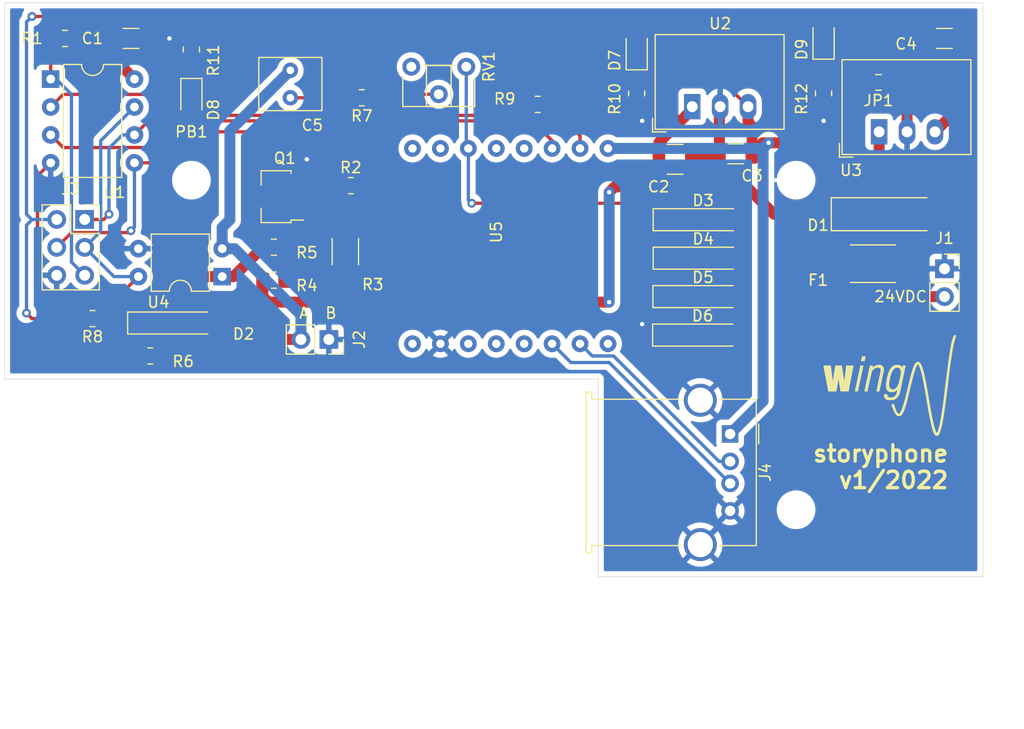
<source format=kicad_pcb>
(kicad_pcb (version 20211014) (generator pcbnew)

  (general
    (thickness 1.6)
  )

  (paper "A4")
  (layers
    (0 "F.Cu" signal)
    (31 "B.Cu" signal)
    (32 "B.Adhes" user "B.Adhesive")
    (33 "F.Adhes" user "F.Adhesive")
    (34 "B.Paste" user)
    (35 "F.Paste" user)
    (36 "B.SilkS" user "B.Silkscreen")
    (37 "F.SilkS" user "F.Silkscreen")
    (38 "B.Mask" user)
    (39 "F.Mask" user)
    (40 "Dwgs.User" user "User.Drawings")
    (41 "Cmts.User" user "User.Comments")
    (42 "Eco1.User" user "User.Eco1")
    (43 "Eco2.User" user "User.Eco2")
    (44 "Edge.Cuts" user)
    (45 "Margin" user)
    (46 "B.CrtYd" user "B.Courtyard")
    (47 "F.CrtYd" user "F.Courtyard")
    (48 "B.Fab" user)
    (49 "F.Fab" user)
  )

  (setup
    (stackup
      (layer "F.SilkS" (type "Top Silk Screen"))
      (layer "F.Paste" (type "Top Solder Paste"))
      (layer "F.Mask" (type "Top Solder Mask") (thickness 0.01))
      (layer "F.Cu" (type "copper") (thickness 0.035))
      (layer "dielectric 1" (type "core") (thickness 1.51) (material "FR4") (epsilon_r 4.5) (loss_tangent 0.02))
      (layer "B.Cu" (type "copper") (thickness 0.035))
      (layer "B.Mask" (type "Bottom Solder Mask") (thickness 0.01))
      (layer "B.Paste" (type "Bottom Solder Paste"))
      (layer "B.SilkS" (type "Bottom Silk Screen"))
      (copper_finish "None")
      (dielectric_constraints no)
    )
    (pad_to_mask_clearance 0.05)
    (pcbplotparams
      (layerselection 0x00010fc_ffffffff)
      (disableapertmacros false)
      (usegerberextensions false)
      (usegerberattributes true)
      (usegerberadvancedattributes true)
      (creategerberjobfile true)
      (svguseinch false)
      (svgprecision 6)
      (excludeedgelayer true)
      (plotframeref false)
      (viasonmask false)
      (mode 1)
      (useauxorigin false)
      (hpglpennumber 1)
      (hpglpenspeed 20)
      (hpglpendiameter 15.000000)
      (dxfpolygonmode true)
      (dxfimperialunits true)
      (dxfusepcbnewfont true)
      (psnegative false)
      (psa4output false)
      (plotreference true)
      (plotvalue true)
      (plotinvisibletext false)
      (sketchpadsonfab false)
      (subtractmaskfromsilk false)
      (outputformat 1)
      (mirror false)
      (drillshape 1)
      (scaleselection 1)
      (outputdirectory "")
    )
  )

  (net 0 "")
  (net 1 "Net-(C5-Pad2)")
  (net 2 "GND")
  (net 3 "24V")
  (net 4 "DF_5V")
  (net 5 "Net-(C5-Pad1)")
  (net 6 "Net-(D7-Pad1)")
  (net 7 "Net-(J4-Pad2)")
  (net 8 "Net-(D2-Pad1)")
  (net 9 "Net-(D1-Pad2)")
  (net 10 "Net-(D3-Pad1)")
  (net 11 "Net-(D4-Pad1)")
  (net 12 "Net-(J4-Pad3)")
  (net 13 "RESET")
  (net 14 "5V")
  (net 15 "Net-(D3-Pad2)")
  (net 16 "Net-(D5-Pad1)")
  (net 17 "Net-(D8-Pad1)")
  (net 18 "Net-(D9-Pad1)")
  (net 19 "O_INFO")
  (net 20 "MOSI")
  (net 21 "I_FORK1")
  (net 22 "Player_RX")
  (net 23 "Player_TX")
  (net 24 "Net-(R3-Pad1)")
  (net 25 "Net-(Q1-Pad2)")
  (net 26 "Net-(Q1-Pad1)")
  (net 27 "Net-(F1-Pad1)")
  (net 28 "Net-(R7-Pad1)")
  (net 29 "Net-(R9-Pad2)")
  (net 30 "unconnected-(RV1-Pad3)")
  (net 31 "unconnected-(U5-Pad4)")
  (net 32 "unconnected-(U5-Pad5)")
  (net 33 "unconnected-(U5-Pad7)")
  (net 34 "unconnected-(U5-Pad8)")
  (net 35 "unconnected-(U5-Pad16)")
  (net 36 "unconnected-(U5-Pad13)")
  (net 37 "unconnected-(U5-Pad12)")
  (net 38 "unconnected-(U5-Pad11)")
  (net 39 "unconnected-(U5-Pad9)")

  (footprint "Package_DIP:DIP-8_W7.62mm" (layer "F.Cu") (at 51.2 65.7))

  (footprint "Package_TO_SOT_SMD:SOT-89-3_Handsoldering" (layer "F.Cu") (at 72 76.4 180))

  (footprint "Diode_SMD:D_MiniMELF_Handsoldering" (layer "F.Cu") (at 110.55 78.5))

  (footprint "Connector_PinSocket_2.54mm:PinSocket_1x02_P2.54mm_Vertical" (layer "F.Cu") (at 76.5 89.4 -90))

  (footprint "Resistor_SMD:R_MELF_MMB-0207" (layer "F.Cu") (at 78 81.4 90))

  (footprint "LED_SMD:LED_0805_2012Metric_Pad1.15x1.40mm_HandSolder" (layer "F.Cu") (at 104.5 63 90))

  (footprint "Resistor_SMD:R_0805_2012Metric_Pad1.20x1.40mm_HandSolder" (layer "F.Cu") (at 52.5 62 180))

  (footprint "Resistor_SMD:R_0805_2012Metric_Pad1.20x1.40mm_HandSolder" (layer "F.Cu") (at 95.5 68))

  (footprint "Resistor_SMD:R_0805_2012Metric_Pad1.20x1.40mm_HandSolder" (layer "F.Cu") (at 79.5 67.4 180))

  (footprint "Resistor_SMD:R_0805_2012Metric_Pad1.20x1.40mm_HandSolder" (layer "F.Cu") (at 60.25 90.9))

  (footprint "Diode_SMD:D_MiniMELF_Handsoldering" (layer "F.Cu") (at 110.53 85.5))

  (footprint "Package_DIP:DIP-4_W7.62mm" (layer "F.Cu") (at 66.8 83.675 180))

  (footprint "Resistor_SMD:R_0805_2012Metric_Pad1.20x1.40mm_HandSolder" (layer "F.Cu") (at 71.5 81))

  (footprint "Potentiometer_THT:Potentiometer_ACP_CA6-H2,5_Horizontal" (layer "F.Cu") (at 89 64.575 -90))

  (footprint "Resistor_SMD:R_0805_2012Metric_Pad1.20x1.40mm_HandSolder" (layer "F.Cu") (at 104.5 67 -90))

  (footprint "Converter_DCDC:Converter_DCDC_RECOM_R-78E-0.5_THT" (layer "F.Cu") (at 126.553 70.5))

  (footprint "Resistor_SMD:R_0805_2012Metric_Pad1.20x1.40mm_HandSolder" (layer "F.Cu") (at 64 63 90))

  (footprint "Connector_PinSocket_2.54mm:PinSocket_1x02_P2.54mm_Vertical" (layer "F.Cu") (at 132.5 82.96))

  (footprint "Connector_PinSocket_2.54mm:PinSocket_2x03_P2.54mm_Vertical" (layer "F.Cu") (at 54.29 78.475))

  (footprint "Resistor_SMD:R_0805_2012Metric_Pad1.20x1.40mm_HandSolder" (layer "F.Cu") (at 121.5 67 -90))

  (footprint "Resistor_SMD:R_0805_2012Metric_Pad1.20x1.40mm_HandSolder" (layer "F.Cu") (at 55 87.5 180))

  (footprint "Diode_SMD:D_MiniMELF_Handsoldering" (layer "F.Cu") (at 110.5 89))

  (footprint "Capacitor_THT:C_Rect_L4.6mm_W5.5mm_P2.50mm_MKS02_FKP02" (layer "F.Cu") (at 73 67.4 90))

  (footprint "MountingHole:MountingHole_2.5mm" (layer "F.Cu") (at 119 104.9))

  (footprint "MountingHole:MountingHole_2.5mm" (layer "F.Cu") (at 119 74.9))

  (footprint "Capacitor_SMD:C_1206_3216Metric" (layer "F.Cu") (at 132.5 62 180))

  (footprint "Inductor_SMD:L_0805_2012Metric_Pad1.15x1.40mm_HandSolder" (layer "F.Cu") (at 126.5 66 180))

  (footprint "LED_SMD:LED_0805_2012Metric_Pad1.15x1.40mm_HandSolder" (layer "F.Cu") (at 64 67.5 -90))

  (footprint "Diode_SMD:D_MELF_Handsoldering" (layer "F.Cu") (at 127.5 78))

  (footprint "Resistor_SMD:R_0805_2012Metric_Pad1.20x1.40mm_HandSolder" (layer "F.Cu") (at 78.5 75.4))

  (footprint "simonwidmer:DFPlayer_V2" (layer "F.Cu") (at 101.89 79.63 -90))

  (footprint "Connector_USB:USB_A_Molex_67643_Horizontal" (layer "F.Cu") (at 113 98 -90))

  (footprint "Capacitor_SMD:C_1206_3216Metric" (layer "F.Cu") (at 58.5 62))

  (footprint "MountingHole:MountingHole_2.5mm" (layer "F.Cu") (at 64 74.9))

  (footprint "Diode_SMD:D_MiniMELF_Handsoldering" (layer "F.Cu") (at 62.75 87.9))

  (footprint "LED_SMD:LED_0805_2012Metric_Pad1.15x1.40mm_HandSolder" (layer "F.Cu") (at 121.5 62.025 90))

  (footprint "Diode_SMD:D_MiniMELF_Handsoldering" (layer "F.Cu") (at 110.55 82))

  (footprint "Converter_DCDC:Converter_DCDC_RECOM_R-78E-0.5_THT" (layer "F.Cu") (at 109.553 68.2075))

  (footprint "simonwidmer:wing_logo_l" (layer "F.Cu")
    (tedit 0) (tstamp f2a83752-ba0c-427e-a486-75a867d0bc31)
    (at 121.5 89)
    (attr through_hole)
    (fp_text reference "wing_logo_l" (at 0 5) (layer "F.SilkS") hide
      (effects (font (size 1.524 1.524) (thickness 0.3)))
      (tstamp 8db708a0-558d-4a26-a811-a76a588c406f)
    )
    (fp_text value "" (at 0 0) (layer "F.SilkS")
      (effects (font (size 1.27 1.27) (thickness 0.15)))
      (tstamp 31c2727c-db87-4685-8fd8-ae3eaf57fef2)
    )
    (fp_poly (pts
        (xy 10.48 9)
        (xy 10.5 9)
        (xy 10.5 9.02)
        (xy 10.48 9.02)
        (xy 10.48 9)
      ) (layer "F.SilkS") (width 0.01) (fill solid) (tstamp 0008686b-101c-4092-8773-11c5b4af62c0))
    (fp_poly (pts
        (xy 6.24 6.36)
        (xy 6.26 6.36)
        (xy 6.26 6.38)
        (xy 6.24 6.38)
        (xy 6.24 6.36)
      ) (layer "F.SilkS") (width 0.01) (fill solid) (tstamp 000b1518-5bc1-49d8-a790-99a5d66dd526))
    (fp_poly (pts
        (xy 0.94 4.12)
        (xy 0.96 4.12)
        (xy 0.96 4.14)
        (xy 0.94 4.14)
        (xy 0.94 4.12)
      ) (layer "F.SilkS") (width 0.01) (fill solid) (tstamp 000b2e04-ceac-47de-8ae8-6e707217cf7a))
    (fp_poly (pts
        (xy 5.9 4.78)
        (xy 5.92 4.78)
        (xy 5.92 4.8)
        (xy 5.9 4.8)
        (xy 5.9 4.78)
      ) (layer "F.SilkS") (width 0.01) (fill solid) (tstamp 000caf8b-c73c-4b3c-8b4e-6d4cb9d35612))
    (fp_poly (pts
        (xy 9.94 8.56)
        (xy 9.96 8.56)
        (xy 9.96 8.58)
        (xy 9.94 8.58)
        (xy 9.94 8.56)
      ) (layer "F.SilkS") (width 0.01) (fill solid) (tstamp 000d2711-ee32-48b5-8ff6-cb6f8f740af2))
    (fp_poly (pts
        (xy 1.08 3.04)
        (xy 1.1 3.04)
        (xy 1.1 3.06)
        (xy 1.08 3.06)
        (xy 1.08 3.04)
      ) (layer "F.SilkS") (width 0.01) (fill solid) (tstamp 00100678-1df8-49e5-9096-380c2de310dd))
    (fp_poly (pts
        (xy 9.92 8.38)
        (xy 9.94 8.38)
        (xy 9.94 8.4)
        (xy 9.92 8.4)
        (xy 9.92 8.38)
      ) (layer "F.SilkS") (width 0.01) (fill solid) (tstamp 001055ea-9e0e-405e-9d82-03a59748ceae))
    (fp_poly (pts
        (xy 9.86 8.2)
        (xy 9.88 8.2)
        (xy 9.88 8.22)
        (xy 9.86 8.22)
        (xy 9.86 8.2)
      ) (layer "F.SilkS") (width 0.01) (fill solid) (tstamp 0015042f-1826-48bf-81ef-18b9df4e0499))
    (fp_poly (pts
        (xy 2.48 3.42)
        (xy 2.5 3.42)
        (xy 2.5 3.44)
        (xy 2.48 3.44)
        (xy 2.48 3.42)
      ) (layer "F.SilkS") (width 0.01) (fill solid) (tstamp 0016f005-1291-44fa-bede-08abd932a3c8))
    (fp_poly (pts
        (xy 10.82 7.26)
        (xy 10.84 7.26)
        (xy 10.84 7.28)
        (xy 10.82 7.28)
        (xy 10.82 7.26)
      ) (layer "F.SilkS") (width 0.01) (fill solid) (tstamp 00177097-7769-4c83-af27-96684ef955d5))
    (fp_poly (pts
        (xy 9.54 6.5)
        (xy 9.56 6.5)
        (xy 9.56 6.52)
        (xy 9.54 6.52)
        (xy 9.54 6.5)
      ) (layer "F.SilkS") (width 0.01) (fill solid) (tstamp 001a6533-25af-4133-80bf-a5751f9807c1))
    (fp_poly (pts
        (xy 1.74 3.94)
        (xy 1.76 3.94)
        (xy 1.76 3.96)
        (xy 1.74 3.96)
        (xy 1.74 3.94)
      ) (layer "F.SilkS") (width 0.01) (fill solid) (tstamp 001d743b-b15d-4657-8ba4-1144a38f4932))
    (fp_poly (pts
        (xy 9.76 7.22)
        (xy 9.78 7.22)
        (xy 9.78 7.24)
        (xy 9.76 7.24)
        (xy 9.76 7.22)
      ) (layer "F.SilkS") (width 0.01) (fill solid) (tstamp 0020e5fa-2240-40a4-a6e5-b64af87ab1aa))
    (fp_poly (pts
        (xy 0.16 3.7)
        (xy 0.18 3.7)
        (xy 0.18 3.72)
        (xy 0.16 3.72)
        (xy 0.16 3.7)
      ) (layer "F.SilkS") (width 0.01) (fill solid) (tstamp 00242ffb-f7a3-4722-9fe4-62ed8ea49f2f))
    (fp_poly (pts
        (xy 6.68 5.28)
        (xy 6.7 5.28)
        (xy 6.7 5.3)
        (xy 6.68 5.3)
        (xy 6.68 5.28)
      ) (layer "F.SilkS") (width 0.01) (fill solid) (tstamp 00264322-3234-40c4-93db-0787ca0f06f6))
    (fp_poly (pts
        (xy 2.2 3.4)
        (xy 2.22 3.4)
        (xy 2.22 3.42)
        (xy 2.2 3.42)
        (xy 2.2 3.4)
      ) (layer "F.SilkS") (width 0.01) (fill solid) (tstamp 002920cc-e432-4a75-af68-34ea8b0be8bb))
    (fp_poly (pts
        (xy 0.3 3.74)
        (xy 0.32 3.74)
        (xy 0.32 3.76)
        (xy 0.3 3.76)
        (xy 0.3 3.74)
      ) (layer "F.SilkS") (width 0.01) (fill solid) (tstamp 0030db44-b8df-4ae2-99c0-c79519ca01d9))
    (fp_poly (pts
        (xy 6.82 5.2)
        (xy 6.84 5.2)
        (xy 6.84 5.22)
        (xy 6.82 5.22)
        (xy 6.82 5.2)
      ) (layer "F.SilkS") (width 0.01) (fill solid) (tstamp 00336668-52b4-428b-8322-4672a057591d))
    (fp_poly (pts
        (xy 5.3 2.94)
        (xy 5.32 2.94)
        (xy 5.32 2.96)
        (xy 5.3 2.96)
        (xy 5.3 2.94)
      ) (layer "F.SilkS") (width 0.01) (fill solid) (tstamp 00377910-a2ad-4b21-bc89-8a6dd757f757))
    (fp_poly (pts
        (xy 9.34 5.18)
        (xy 9.36 5.18)
        (xy 9.36 5.2)
        (xy 9.34 5.2)
        (xy 9.34 5.18)
      ) (layer "F.SilkS") (width 0.01) (fill solid) (tstamp 0038a7b5-5473-431c-80f9-7a6718d2a3f2))
    (fp_poly (pts
        (xy 0.74 4.94)
        (xy 0.76 4.94)
        (xy 0.76 4.96)
        (xy 0.74 4.96)
        (xy 0.74 4.94)
      ) (layer "F.SilkS") (width 0.01) (fill solid) (tstamp 003b28de-14fc-435d-8581-0356f5d1ebac))
    (fp_poly (pts
        (xy 8.2 3.22)
        (xy 8.22 3.22)
        (xy 8.22 3.24)
        (xy 8.2 3.24)
        (xy 8.2 3.22)
      ) (layer "F.SilkS") (width 0.01) (fill solid) (tstamp 003c52e5-1f57-404b-bc41-b5fff3f27be9))
    (fp_poly (pts
        (xy 6.72 2.84)
        (xy 6.74 2.84)
        (xy 6.74 2.86)
        (xy 6.72 2.86)
        (xy 6.72 2.84)
      ) (layer "F.SilkS") (width 0.01) (fill solid) (tstamp 003f9fde-5dfc-49c0-befc-0562c932153d))
    (fp_poly (pts
        (xy 2.54 3.62)
        (xy 2.56 3.62)
        (xy 2.56 3.64)
        (xy 2.54 3.64)
        (xy 2.54 3.62)
      ) (layer "F.SilkS") (width 0.01) (fill solid) (tstamp 003ff0c4-5d1c-41d9-be86-72c6d1e469b8))
    (fp_poly (pts
        (xy 10.76 7.06)
        (xy 10.78 7.06)
        (xy 10.78 7.08)
        (xy 10.76 7.08)
        (xy 10.76 7.06)
      ) (layer "F.SilkS") (width 0.01) (fill solid) (tstamp 0041f84e-76e4-480d-9dd8-a3ab6094f82a))
    (fp_poly (pts
        (xy 0.96 3.98)
        (xy 0.98 3.98)
        (xy 0.98 4)
        (xy 0.96 4)
        (xy 0.96 3.98)
      ) (layer "F.SilkS") (width 0.01) (fill solid) (tstamp 0046754e-4711-4a7d-af24-26b1e926eb19))
    (fp_poly (pts
        (xy 9.82 7.94)
        (xy 9.84 7.94)
        (xy 9.84 7.96)
        (xy 9.82 7.96)
        (xy 9.82 7.94)
      ) (layer "F.SilkS") (width 0.01) (fill solid) (tstamp 0046dc64-fb2a-49a4-9a63-45175b829b65))
    (fp_poly (pts
        (xy 12 0.16)
        (xy 12.02 0.16)
        (xy 12.02 0.18)
        (xy 12 0.18)
        (xy 12 0.16)
      ) (layer "F.SilkS") (width 0.01) (fill solid) (tstamp 0048a3a9-d22d-4e88-96aa-d40b2fad0c9a))
    (fp_poly (pts
        (xy 11.66 1.66)
        (xy 11.68 1.66)
        (xy 11.68 1.68)
        (xy 11.66 1.68)
        (xy 11.66 1.66)
      ) (layer "F.SilkS") (width 0.01) (fill solid) (tstamp 00511c5b-2b10-4c92-9df9-21de3bcd423d))
    (fp_poly (pts
        (xy 9.42 6.02)
        (xy 9.44 6.02)
        (xy 9.44 6.04)
        (xy 9.42 6.04)
        (xy 9.42 6.02)
      ) (layer "F.SilkS") (width 0.01) (fill solid) (tstamp 00528fc8-5537-4426-b372-6ccd4c477b7a))
    (fp_poly (pts
        (xy 2.24 4.16)
        (xy 2.26 4.16)
        (xy 2.26 4.18)
        (xy 2.24 4.18)
        (xy 2.24 4.16)
      ) (layer "F.SilkS") (width 0.01) (fill solid) (tstamp 00535333-1e5e-4772-bfc6-e83a35808a53))
    (fp_poly (pts
        (xy 1.4 3.44)
        (xy 1.42 3.44)
        (xy 1.42 3.46)
        (xy 1.4 3.46)
        (xy 1.4 3.44)
      ) (layer "F.SilkS") (width 0.01) (fill solid) (tstamp 00548640-e6bd-4520-8bd8-84b37590321a))
    (fp_poly (pts
        (xy 0.3 4.42)
        (xy 0.32 4.42)
        (xy 0.32 4.44)
        (xy 0.3 4.44)
        (xy 0.3 4.42)
      ) (layer "F.SilkS") (width 0.01) (fill solid) (tstamp 00595f86-de5a-4d6d-ba54-ca932d2890b1))
    (fp_poly (pts
        (xy 10.78 6.98)
        (xy 10.8 6.98)
        (xy 10.8 7)
        (xy 10.78 7)
        (xy 10.78 6.98)
      ) (layer "F.SilkS") (width 0.01) (fill solid) (tstamp 005976ab-0d13-4686-a730-bc37e945e4a9))
    (fp_poly (pts
        (xy 7.08 3.22)
        (xy 7.1 3.22)
        (xy 7.1 3.24)
        (xy 7.08 3.24)
        (xy 7.08 3.22)
      ) (layer "F.SilkS") (width 0.01) (fill solid) (tstamp 005a6ee7-d290-486d-a1dc-5e12a434ea69))
    (fp_poly (pts
        (xy 0.92 4.46)
        (xy 0.94 4.46)
        (xy 0.94 4.48)
        (xy 0.92 4.48)
        (xy 0.92 4.46)
      ) (layer "F.SilkS") (width 0.01) (fill solid) (tstamp 005b6cf7-5216-4f4e-ad4d-e82da2a98b15))
    (fp_poly (pts
        (xy 5.22 3.5)
        (xy 5.24 3.5)
        (xy 5.24 3.52)
        (xy 5.22 3.52)
        (xy 5.22 3.5)
      ) (layer "F.SilkS") (width 0.01) (fill solid) (tstamp 005cea2d-5a7c-40ff-bfe7-9719a25de102))
    (fp_poly (pts
        (xy 2.32 4.78)
        (xy 2.34 4.78)
        (xy 2.34 4.8)
        (xy 2.32 4.8)
        (xy 2.32 4.78)
      ) (layer "F.SilkS") (width 0.01) (fill solid) (tstamp 00607a46-fa0c-4b52-9274-57bd3286faef))
    (fp_poly (pts
        (xy 4.32 3.06)
        (xy 4.34 3.06)
        (xy 4.34 3.08)
        (xy 4.32 3.08)
        (xy 4.32 3.06)
      ) (layer "F.SilkS") (width 0.01) (fill solid) (tstamp 0065c199-ef4c-438a-a360-862e274c3ef8))
    (fp_poly (pts
        (xy 9.12 3.68)
        (xy 9.14 3.68)
        (xy 9.14 3.7)
        (xy 9.12 3.7)
        (xy 9.12 3.68)
      ) (layer "F.SilkS") (width 0.01) (fill solid) (tstamp 00693d2f-efad-4648-9562-86794bfa7313))
    (fp_poly (pts
        (xy 0.44 4.88)
        (xy 0.46 4.88)
        (xy 0.46 4.9)
        (xy 0.44 4.9)
        (xy 0.44 4.88)
      ) (layer "F.SilkS") (width 0.01) (fill solid) (tstamp 006d7041-b43d-4366-9d4b-d2473146e76b))
    (fp_poly (pts
        (xy 7.88 4.54)
        (xy 7.9 4.54)
        (xy 7.9 4.56)
        (xy 7.88 4.56)
        (xy 7.88 4.54)
      ) (layer "F.SilkS") (width 0.01) (fill solid) (tstamp 007345ff-ac3b-4b28-8547-5f4f5cba783c))
    (fp_poly (pts
        (xy 5.4 2.88)
        (xy 5.42 2.88)
        (xy 5.42 2.9)
        (xy 5.4 2.9)
        (xy 5.4 2.88)
      ) (layer "F.SilkS") (width 0.01) (fill solid) (tstamp 007455d9-6605-4eb9-b803-1b116ed7d2e5))
    (fp_poly (pts
        (xy 9.22 4.42)
        (xy 9.24 4.42)
        (xy 9.24 4.44)
        (xy 9.22 4.44)
        (xy 9.22 4.42)
      ) (layer "F.SilkS") (width 0.01) (fill solid) (tstamp 00783b19-68d8-41d8-8819-f62fde483cc3))
    (fp_poly (pts
        (xy 1.5 3.3)
        (xy 1.52 3.3)
        (xy 1.52 3.32)
        (xy 1.5 3.32)
        (xy 1.5 3.3)
      ) (layer "F.SilkS") (width 0.01) (fill solid) (tstamp 0079a11d-8313-40de-b8ad-537a4a6c772a))
    (fp_poly (pts
        (xy 0.16 3.6)
        (xy 0.18 3.6)
        (xy 0.18 3.62)
        (xy 0.16 3.62)
        (xy 0.16 3.6)
      ) (layer "F.SilkS") (width 0.01) (fill solid) (tstamp 007b7fb9-ccce-40db-a047-70add53d25fd))
    (fp_poly (pts
        (xy 6.16 5.8)
        (xy 6.18 5.8)
        (xy 6.18 5.82)
        (xy 6.16 5.82)
        (xy 6.16 5.8)
      ) (layer "F.SilkS") (width 0.01) (fill solid) (tstamp 007bccac-0303-4738-90da-d33c98a700aa))
    (fp_poly (pts
        (xy 10.86 6.96)
        (xy 10.88 6.96)
        (xy 10.88 6.98)
        (xy 10.86 6.98)
        (xy 10.86 6.96)
      ) (layer "F.SilkS") (width 0.01) (fill solid) (tstamp 007cca28-9a68-4d59-909b-ab9e235a8ae4))
    (fp_poly (pts
        (xy 0.46 4.62)
        (xy 0.48 4.62)
        (xy 0.48 4.64)
        (xy 0.46 4.64)
        (xy 0.46 4.62)
      ) (layer "F.SilkS") (width 0.01) (fill solid) (tstamp 007e58ce-e9a4-44d9-92b9-9cb6943115ae))
    (fp_poly (pts
        (xy 1.66 3.68)
        (xy 1.68 3.68)
        (xy 1.68 3.7)
        (xy 1.66 3.7)
        (xy 1.66 3.68)
      ) (layer "F.SilkS") (width 0.01) (fill solid) (tstamp 00813ec4-f6d9-44bf-b7f2-ee9831b47d40))
    (fp_poly (pts
        (xy 2.22 4)
        (xy 2.24 4)
        (xy 2.24 4.02)
        (xy 2.22 4.02)
        (xy 2.22 4)
      ) (layer "F.SilkS") (width 0.01) (fill solid) (tstamp 008494c1-3741-4ae9-87b6-dda5d6c4c450))
    (fp_poly (pts
        (xy 1.6 3.56)
        (xy 1.62 3.56)
        (xy 1.62 3.58)
        (xy 1.6 3.58)
        (xy 1.6 3.56)
      ) (layer "F.SilkS") (width 0.01) (fill solid) (tstamp 00859931-09e9-40c4-af0a-4363e13dda4c))
    (fp_poly (pts
        (xy 9.64 6.74)
        (xy 9.66 6.74)
        (xy 9.66 6.76)
        (xy 9.64 6.76)
        (xy 9.64 6.74)
      ) (layer "F.SilkS") (width 0.01) (fill solid) (tstamp 0086a2d5-f800-4af1-884c-83fdc043ccc4))
    (fp_poly (pts
        (xy 11.74 0.56)
        (xy 11.76 0.56)
        (xy 11.76 0.58)
        (xy 11.74 0.58)
        (xy 11.74 0.56)
      ) (layer "F.SilkS") (width 0.01) (fill solid) (tstamp 0087fb22-ba0c-4acc-b8bc-9fdd9623d4bf))
    (fp_poly (pts
        (xy 4.1 3.78)
        (xy 4.12 3.78)
        (xy 4.12 3.8)
        (xy 4.1 3.8)
        (xy 4.1 3.78)
      ) (layer "F.SilkS") (width 0.01) (fill solid) (tstamp 0089897b-373a-4c14-b364-500fc2f7bd7d))
    (fp_poly (pts
        (xy 2.58 3.26)
        (xy 2.6 3.26)
        (xy 2.6 3.28)
        (xy 2.58 3.28)
        (xy 2.58 3.26)
      ) (layer "F.SilkS") (width 0.01) (fill solid) (tstamp 008ba9e5-031c-40c0-bf89-279bfd34310f))
    (fp_poly (pts
        (xy 6.84 5.12)
        (xy 6.86 5.12)
        (xy 6.86 5.14)
        (xy 6.84 5.14)
        (xy 6.84 5.12)
      ) (layer "F.SilkS") (width 0.01) (fill solid) (tstamp 008ce87a-013d-4a73-83ba-08f9505df2ce))
    (fp_poly (pts
        (xy 0.74 4.44)
        (xy 0.76 4.44)
        (xy 0.76 4.46)
        (xy 0.74 4.46)
        (xy 0.74 4.44)
      ) (layer "F.SilkS") (width 0.01) (fill solid) (tstamp 008d463c-1399-4291-88f4-587a225b6959))
    (fp_poly (pts
        (xy 2.48 3.16)
        (xy 2.5 3.16)
        (xy 2.5 3.18)
        (xy 2.48 3.18)
        (xy 2.48 3.16)
      ) (layer "F.SilkS") (width 0.01) (fill solid) (tstamp 008daab8-4561-4d5c-a6ba-a0f801419171))
    (fp_poly (pts
        (xy 8.04 3.36)
        (xy 8.06 3.36)
        (xy 8.06 3.38)
        (xy 8.04 3.38)
        (xy 8.04 3.36)
      ) (layer "F.SilkS") (width 0.01) (fill solid) (tstamp 008db192-d607-48ce-800a-9b45c2bbb1d7))
    (fp_poly (pts
        (xy 9.82 7.98)
        (xy 9.84 7.98)
        (xy 9.84 8)
        (xy 9.82 8)
        (xy 9.82 7.98)
      ) (layer "F.SilkS") (width 0.01) (fill solid) (tstamp 008f2afd-8239-44ba-9927-ba077df3c1c0))
    (fp_poly (pts
        (xy 1.18 4.3)
        (xy 1.2 4.3)
        (xy 1.2 4.32)
        (xy 1.18 4.32)
        (xy 1.18 4.3)
      ) (layer "F.SilkS") (width 0.01) (fill solid) (tstamp 008f7518-f5d2-4c89-9878-a72ee031ff95))
    (fp_poly (pts
        (xy 7.68 4.86)
        (xy 7.7 4.86)
        (xy 7.7 4.88)
        (xy 7.68 4.88)
        (xy 7.68 4.86)
      ) (layer "F.SilkS") (width 0.01) (fill solid) (tstamp 008f9185-8b92-4354-ab90-362dfae60f7c))
    (fp_poly (pts
        (xy 1.54 3.88)
        (xy 1.56 3.88)
        (xy 1.56 3.9)
        (xy 1.54 3.9)
        (xy 1.54 3.88)
      ) (layer "F.SilkS") (width 0.01) (fill solid) (tstamp 009009bc-c7fa-479a-b5c7-f8f29ce47573))
    (fp_poly (pts
        (xy 9.96 8.7)
        (xy 9.98 8.7)
        (xy 9.98 8.72)
        (xy 9.96 8.72)
        (xy 9.96 8.7)
      ) (layer "F.SilkS") (width 0.01) (fill solid) (tstamp 00941143-7ab8-4262-87f2-b8ce5a37d6cb))
    (fp_poly (pts
        (xy 1.66 2.98)
        (xy 1.68 2.98)
        (xy 1.68 3)
        (xy 1.66 3)
        (xy 1.66 2.98)
      ) (layer "F.SilkS") (width 0.01) (fill solid) (tstamp 0094fc92-df15-495b-bb35-e7b1d822e6b8))
    (fp_poly (pts
        (xy 4.26 2.78)
        (xy 4.28 2.78)
        (xy 4.28 2.8)
        (xy 4.26 2.8)
        (xy 4.26 2.78)
      ) (layer "F.SilkS") (width 0.01) (fill solid) (tstamp 009691bb-41c9-4de3-9d66-c135ddaf7be3))
    (fp_poly (pts
        (xy 1.16 4.1)
        (xy 1.18 4.1)
        (xy 1.18 4.12)
        (xy 1.16 4.12)
        (xy 1.16 4.1)
      ) (layer "F.SilkS") (width 0.01) (fill solid) (tstamp 0097b219-ad54-433b-8bdd-7254627c67a1))
    (fp_poly (pts
        (xy 4.14 3.36)
        (xy 4.16 3.36)
        (xy 4.16 3.38)
        (xy 4.14 3.38)
        (xy 4.14 3.36)
      ) (layer "F.SilkS") (width 0.01) (fill solid) (tstamp 0097c0da-1c55-4a71-acec-5c74bd36f79c))
    (fp_poly (pts
        (xy 4.3 3.56)
        (xy 4.32 3.56)
        (xy 4.32 3.58)
        (xy 4.3 3.58)
        (xy 4.3 3.56)
      ) (layer "F.SilkS") (width 0.01) (fill solid) (tstamp 009919fe-2cd8-4ad3-9317-ea9fdf32ee90))
    (fp_poly (pts
        (xy 2.06 3.78)
        (xy 2.08 3.78)
        (xy 2.08 3.8)
        (xy 2.06 3.8)
        (xy 2.06 3.78)
      ) (layer "F.SilkS") (width 0.01) (fill solid) (tstamp 0099e5df-554d-4837-93a2-b7405c99247c))
    (fp_poly (pts
        (xy 7.2 3.04)
        (xy 7.22 3.04)
        (xy 7.22 3.06)
        (xy 7.2 3.06)
        (xy 7.2 3.04)
      ) (layer "F.SilkS") (width 0.01) (fill solid) (tstamp 009b5fd3-3706-449b-a85d-92bd396ffb4b))
    (fp_poly (pts
        (xy 9.1 3.82)
        (xy 9.12 3.82)
        (xy 9.12 3.84)
        (xy 9.1 3.84)
        (xy 9.1 3.82)
      ) (layer "F.SilkS") (width 0.01) (fill solid) (tstamp 009c9ca7-ad19-4d71-a445-89f35cca0af3))
    (fp_poly (pts
        (xy 7.26 6.78)
        (xy 7.28 6.78)
        (xy 7.28 6.8)
        (xy 7.26 6.8)
        (xy 7.26 6.78)
      ) (layer "F.SilkS") (width 0.01) (fill solid) (tstamp 009cd388-a69d-4814-8703-2572a47849ae))
    (fp_poly (pts
        (xy 7.18 3.98)
        (xy 7.2 3.98)
        (xy 7.2 4)
        (xy 7.18 4)
        (xy 7.18 3.98)
      ) (layer "F.SilkS") (width 0.01) (fill solid) (tstamp 009cee04-bfc1-4f4a-928b-f5510095d0cc))
    (fp_poly (pts
        (xy 0.96 4.88)
        (xy 0.98 4.88)
        (xy 0.98 4.9)
        (xy 0.96 4.9)
        (xy 0.96 4.88)
      ) (layer "F.SilkS") (width 0.01) (fill solid) (tstamp 009d5997-0348-4b77-830b-60ff894477b4))
    (fp_poly (pts
        (xy 1.4 3.08)
        (xy 1.42 3.08)
        (xy 1.42 3.1)
        (xy 1.4 3.1)
        (xy 1.4 3.08)
      ) (layer "F.SilkS") (width 0.01) (fill solid) (tstamp 009d60e6-0dd2-4088-836b-d9357e88a50f))
    (fp_poly (pts
        (xy 9.82 7.88)
        (xy 9.84 7.88)
        (xy 9.84 7.9)
        (xy 9.82 7.9)
        (xy 9.82 7.88)
      ) (layer "F.SilkS") (width 0.01) (fill solid) (tstamp 00a06083-ab41-4a2e-8b43-cc818a4e5a5b))
    (fp_poly (pts
        (xy 5.88 4.6)
        (xy 5.9 4.6)
        (xy 5.9 4.62)
        (xy 5.88 4.62)
        (xy 5.88 4.6)
      ) (layer "F.SilkS") (width 0.01) (fill solid) (tstamp 00a2c2f9-562e-4606-9572-59774e120ac1))
    (fp_poly (pts
        (xy 11.42 2.24)
        (xy 11.44 2.24)
        (xy 11.44 2.26)
        (xy 11.42 2.26)
        (xy 11.42 2.24)
      ) (layer "F.SilkS") (width 0.01) (fill solid) (tstamp 00a42709-a503-45c6-8cce-4db267e630dc))
    (fp_poly (pts
        (xy 1.98 4.36)
        (xy 2 4.36)
        (xy 2 4.38)
        (xy 1.98 4.38)
        (xy 1.98 4.36)
      ) (layer "F.SilkS") (width 0.01) (fill solid) (tstamp 00a53420-bded-4f67-8ea6-66a703a1e6a0))
    (fp_poly (pts
        (xy 3.2 4.58)
        (xy 3.22 4.58)
        (xy 3.22 4.6)
        (xy 3.2 4.6)
        (xy 3.2 4.58)
      ) (layer "F.SilkS") (width 0.01) (fill solid) (tstamp 00a54527-1c77-4fe0-99c3-5a2248b84714))
    (fp_poly (pts
        (xy 8.86 3.32)
        (xy 8.88 3.32)
        (xy 8.88 3.34)
        (xy 8.86 3.34)
        (xy 8.86 3.32)
      ) (layer "F.SilkS") (width 0.01) (fill solid) (tstamp 00a7dfc2-7c00-4392-9850-fca4ad74ef6e))
    (fp_poly (pts
        (xy 8.94 3.06)
        (xy 8.96 3.06)
        (xy 8.96 3.08)
        (xy 8.94 3.08)
        (xy 8.94 3.06)
      ) (layer "F.SilkS") (width 0.01) (fill solid) (tstamp 00aace5b-db8a-4ce0-84d5-55f86da46505))
    (fp_poly (pts
        (xy 2.42 4.14)
        (xy 2.44 4.14)
        (xy 2.44 4.16)
        (xy 2.42 4.16)
        (xy 2.42 4.14)
      ) (layer "F.SilkS") (width 0.01) (fill solid) (tstamp 00b6a568-6fe9-40d6-b52c-d03f66610d00))
    (fp_poly (pts
        (xy 3.32 3.22)
        (xy 3.34 3.22)
        (xy 3.34 3.24)
        (xy 3.32 3.24)
        (xy 3.32 3.22)
      ) (layer "F.SilkS") (width 0.01) (fill solid) (tstamp 00b72ebf-019d-4958-9241-2c17296fa7bf))
    (fp_poly (pts
        (xy 2.38 3.3)
        (xy 2.4 3.3)
        (xy 2.4 3.32)
        (xy 2.38 3.32)
        (xy 2.38 3.3)
      ) (layer "F.SilkS") (width 0.01) (fill solid) (tstamp 00b8dd16-324f-429f-b038-0c90d65d3d77))
    (fp_poly (pts
        (xy 8.22 2.98)
        (xy 8.24 2.98)
        (xy 8.24 3)
        (xy 8.22 3)
        (xy 8.22 2.98)
      ) (layer "F.SilkS") (width 0.01) (fill solid) (tstamp 00b9974b-58af-495c-bbca-6d981f620553))
    (fp_poly (pts
        (xy 6.98 4.22)
        (xy 7 4.22)
        (xy 7 4.24)
        (xy 6.98 4.24)
        (xy 6.98 4.22)
      ) (layer "F.SilkS") (width 0.01) (fill solid) (tstamp 00be49a5-6c92-49ea-a077-1f83ac5a699e))
    (fp_poly (pts
        (xy 5.04 3.98)
        (xy 5.06 3.98)
        (xy 5.06 4)
        (xy 5.04 4)
        (xy 5.04 3.98)
      ) (layer "F.SilkS") (width 0.01) (fill solid) (tstamp 00c00618-00fd-4c3c-96da-8ec669a2bd8f))
    (fp_poly (pts
        (xy 5.18 3.56)
        (xy 5.2 3.56)
        (xy 5.2 3.58)
        (xy 5.18 3.58)
        (xy 5.18 3.56)
      ) (layer "F.SilkS") (width 0.01) (fill solid) (tstamp 00c45043-c163-4976-8f55-b8e733c831b6))
    (fp_poly (pts
        (xy 2.24 3.4)
        (xy 2.26 3.4)
        (xy 2.26 3.42)
        (xy 2.24 3.42)
        (xy 2.24 3.4)
      ) (layer "F.SilkS") (width 0.01) (fill solid) (tstamp 00c731a7-3ff9-44d3-9662-d84d9187a128))
    (fp_poly (pts
        (xy 6.7 5.3)
        (xy 6.72 5.3)
        (xy 6.72 5.32)
        (xy 6.7 5.32)
        (xy 6.7 5.3)
      ) (layer "F.SilkS") (width 0.01) (fill solid) (tstamp 00c826d8-fd70-41b7-9520-a41448874a82))
    (fp_poly (pts
        (xy 11.36 3.18)
        (xy 11.38 3.18)
        (xy 11.38 3.2)
        (xy 11.36 3.2)
        (xy 11.36 3.18)
      ) (layer "F.SilkS") (width 0.01) (fill solid) (tstamp 00c9b394-a264-4b79-a835-cf6b6c1defc4))
    (fp_poly (pts
        (xy 6.24 6.52)
        (xy 6.26 6.52)
        (xy 6.26 6.54)
        (xy 6.24 6.54)
        (xy 6.24 6.52)
      ) (layer "F.SilkS") (width 0.01) (fill solid) (tstamp 00cea90a-fe78-4ca7-9127-968d46b2c483))
    (fp_poly (pts
        (xy 4.24 2.88)
        (xy 4.26 2.88)
        (xy 4.26 2.9)
        (xy 4.24 2.9)
        (xy 4.24 2.88)
      ) (layer "F.SilkS") (width 0.01) (fill solid) (tstamp 00cf876a-4a62-4339-8069-dc31a52a5f9e))
    (fp_poly (pts
        (xy 11.7 1.02)
        (xy 11.72 1.02)
        (xy 11.72 1.04)
        (xy 11.7 1.04)
        (xy 11.7 1.02)
      ) (layer "F.SilkS") (width 0.01) (fill solid) (tstamp 00d03321-5580-4405-8c0a-820cab392953))
    (fp_poly (pts
        (xy 3.3 3.28)
        (xy 3.32 3.28)
        (xy 3.32 3.3)
        (xy 3.3 3.3)
        (xy 3.3 3.28)
      ) (layer "F.SilkS") (width 0.01) (fill solid) (tstamp 00d157fa-cbed-4b9e-8e92-8f247220582a))
    (fp_poly (pts
        (xy 2.24 3.98)
        (xy 2.26 3.98)
        (xy 2.26 4)
        (xy 2.24 4)
        (xy 2.24 3.98)
      ) (layer "F.SilkS") (width 0.01) (fill solid) (tstamp 00d19eea-253b-450a-9b85-97d334960e24))
    (fp_poly (pts
        (xy 6.74 4.86)
        (xy 6.76 4.86)
        (xy 6.76 4.88)
        (xy 6.74 4.88)
        (xy 6.74 4.86)
      ) (layer "F.SilkS") (width 0.01) (fill solid) (tstamp 00d1cb42-283e-4509-9184-c3451ce6339b))
    (fp_poly (pts
        (xy 0.46 4)
        (xy 0.48 4)
        (xy 0.48 4.02)
        (xy 0.46 4.02)
        (xy 0.46 4)
      ) (layer "F.SilkS") (width 0.01) (fill solid) (tstamp 00d38dac-96c9-43bd-920b-aa7b9dd2796d))
    (fp_poly (pts
        (xy 2.1 3.04)
        (xy 2.12 3.04)
        (xy 2.12 3.06)
        (xy 2.1 3.06)
        (xy 2.1 3.04)
      ) (layer "F.SilkS") (width 0.01) (fill solid) (tstamp 00d3bfba-0122-4386-9e68-f45b8ec57c3a))
    (fp_poly (pts
        (xy 4.6 3.02)
        (xy 4.62 3.02)
        (xy 4.62 3.04)
        (xy 4.6 3.04)
        (xy 4.6 3.02)
      ) (layer "F.SilkS") (width 0.01) (fill solid) (tstamp 00d9d9ad-7074-45bf-99a3-22ab07d46f8c))
    (fp_poly (pts
        (xy 6.34 5.04)
        (xy 6.36 5.04)
        (xy 6.36 5.06)
        (xy 6.34 5.06)
        (xy 6.34 5.04)
      ) (layer "F.SilkS") (width 0.01) (fill solid) (tstamp 00dff256-ded6-4a0b-be29-9fdc86688585))
    (fp_poly (pts
        (xy 0.38 3.28)
        (xy 0.4 3.28)
        (xy 0.4 3.3)
        (xy 0.38 3.3)
        (xy 0.38 3.28)
      ) (layer "F.SilkS") (width 0.01) (fill solid) (tstamp 00e0064b-f408-4cdd-a1eb-b48122e0401d))
    (fp_poly (pts
        (xy 7.74 4.98)
        (xy 7.76 4.98)
        (xy 7.76 5)
        (xy 7.74 5)
        (xy 7.74 4.98)
      ) (layer "F.SilkS") (width 0.01) (fill solid) (tstamp 00e120c2-85ac-476d-acf9-ccf0e51a0ba6))
    (fp_poly (pts
        (xy 5.9 5.68)
        (xy 5.92 5.68)
        (xy 5.92 5.7)
        (xy 5.9 5.7)
        (xy 5.9 5.68)
      ) (layer "F.SilkS") (width 0.01) (fill solid) (tstamp 00e54425-a89f-4c0b-9850-00a44c042bcc))
    (fp_poly (pts
        (xy 10.2 9)
        (xy 10.22 9)
        (xy 10.22 9.02)
        (xy 10.2 9.02)
        (xy 10.2 9)
      ) (layer "F.SilkS") (width 0.01) (fill solid) (tstamp 00ecfaa8-3760-4cb0-bd1d-2122248212e5))
    (fp_poly (pts
        (xy 11.72 0.88)
        (xy 11.74 0.88)
        (xy 11.74 0.9)
        (xy 11.72 0.9)
        (xy 11.72 0.88)
      ) (layer "F.SilkS") (width 0.01) (fill solid) (tstamp 00ed0516-e31a-4ad1-940e-34520294b7c7))
    (fp_poly (pts
        (xy 2.28 3.76)
        (xy 2.3 3.76)
        (xy 2.3 3.78)
        (xy 2.28 3.78)
        (xy 2.28 3.76)
      ) (layer "F.SilkS") (width 0.01) (fill solid) (tstamp 00f1a440-716c-403e-bd4b-e0fd8178b86e))
    (fp_poly (pts
        (xy 3.84 4.98)
        (xy 3.86 4.98)
        (xy 3.86 5)
        (xy 3.84 5)
        (xy 3.84 4.98)
      ) (layer "F.SilkS") (width 0.01) (fill solid) (tstamp 00f2e31c-9dcc-4943-8b17-08bfcec86408))
    (fp_poly (pts
        (xy 7.8 4.7)
        (xy 7.82 4.7)
        (xy 7.82 4.72)
        (xy 7.8 4.72)
        (xy 7.8 4.7)
      ) (layer "F.SilkS") (width 0.01) (fill solid) (tstamp 00f4018c-c0ef-47a7-a582-b77bb4a4352c))
    (fp_poly (pts
        (xy 0.9 3.96)
        (xy 0.92 3.96)
        (xy 0.92 3.98)
        (xy 0.9 3.98)
        (xy 0.9 3.96)
      ) (layer "F.SilkS") (width 0.01) (fill solid) (tstamp 00f47c8b-f075-406e-8b53-781b5201c4a5))
    (fp_poly (pts
        (xy 5.92 4.16)
        (xy 5.94 4.16)
        (xy 5.94 4.18)
        (xy 5.92 4.18)
        (xy 5.92 4.16)
      ) (layer "F.SilkS") (width 0.01) (fill solid) (tstamp 00f78a52-1e90-4655-84af-a5f3ff1e8f3c))
    (fp_poly (pts
        (xy 8.1 3.76)
        (xy 8.12 3.76)
        (xy 8.12 3.78)
        (xy 8.1 3.78)
        (xy 8.1 3.76)
      ) (layer "F.SilkS") (width 0.01) (fill solid) (tstamp 00fabb01-0393-4b20-aa25-6137c1bc2dba))
    (fp_poly (pts
        (xy 3.22 3.92)
        (xy 3.24 3.92)
        (xy 3.24 3.94)
        (xy 3.22 3.94)
        (xy 3.22 3.92)
      ) (layer "F.SilkS") (width 0.01) (fill solid) (tstamp 00fefd9d-7405-4a6f-9749-e8c27a701e44))
    (fp_poly (pts
        (xy 1.6 4.86)
        (xy 1.62 4.86)
        (xy 1.62 4.88)
        (xy 1.6 4.88)
        (xy 1.6 4.86)
      ) (layer "F.SilkS") (width 0.01) (fill solid) (tstamp 00ff7824-f09d-4528-99cd-c67f968fe5b7))
    (fp_poly (pts
        (xy 5.96 4.88)
        (xy 5.98 4.88)
        (xy 5.98 4.9)
        (xy 5.96 4.9)
        (xy 5.96 4.88)
      ) (layer "F.SilkS") (width 0.01) (fill solid) (tstamp 00ffcfa3-89e4-4a32-962f-afac6474a61d))
    (fp_poly (pts
        (xy 6.84 4.8)
        (xy 6.86 4.8)
        (xy 6.86 4.82)
        (xy 6.84 4.82)
        (xy 6.84 4.8)
      ) (layer "F.SilkS") (width 0.01) (fill solid) (tstamp 01009872-0c1d-4de0-b358-06236c18c124))
    (fp_poly (pts
        (xy 4.04 4.46)
        (xy 4.06 4.46)
        (xy 4.06 4.48)
        (xy 4.04 4.48)
        (xy 4.04 4.46)
      ) (layer "F.SilkS") (width 0.01) (fill solid) (tstamp 0100b45c-8bb9-4dcc-a644-bd605c5cf9c0))
    (fp_poly (pts
        (xy 11 6.58)
        (xy 11.02 6.58)
        (xy 11.02 6.6)
        (xy 11 6.6)
        (xy 11 6.58)
      ) (layer "F.SilkS") (width 0.01) (fill solid) (tstamp 0100d67d-845a-4160-9ff9-e983b671fbcb))
    (fp_poly (pts
        (xy 3.42 3.06)
        (xy 3.44 3.06)
        (xy 3.44 3.08)
        (xy 3.42 3.08)
        (xy 3.42 3.06)
      ) (layer "F.SilkS") (width 0.01) (fill solid) (tstamp 010112b5-027a-42fd-a908-3bb2a928aaf8))
    (fp_poly (pts
        (xy 3.26 3.92)
        (xy 3.28 3.92)
        (xy 3.28 3.94)
        (xy 3.26 3.94)
        (xy 3.26 3.92)
      ) (layer "F.SilkS") (width 0.01) (fill solid) (tstamp 010226c9-10e5-43c7-90dd-747cef3be980))
    (fp_poly (pts
        (xy 4.28 3.48)
        (xy 4.3 3.48)
        (xy 4.3 3.5)
        (xy 4.28 3.5)
        (xy 4.28 3.48)
      ) (layer "F.SilkS") (width 0.01) (fill solid) (tstamp 01050778-d4ba-454b-8699-55939e7a8a22))
    (fp_poly (pts
        (xy 2.42 3.94)
        (xy 2.44 3.94)
        (xy 2.44 3.96)
        (xy 2.42 3.96)
        (xy 2.42 3.94)
      ) (layer "F.SilkS") (width 0.01) (fill solid) (tstamp 010cfe0d-d338-49b6-966a-17526a666dca))
    (fp_poly (pts
        (xy 3.16 4.14)
        (xy 3.18 4.14)
        (xy 3.18 4.16)
        (xy 3.16 4.16)
        (xy 3.16 4.14)
      ) (layer "F.SilkS") (width 0.01) (fill solid) (tstamp 010e4cff-63a7-41ea-bf49-468902ed4fb5))
    (fp_poly (pts
        (xy 7 4.88)
        (xy 7.02 4.88)
        (xy 7.02 4.9)
        (xy 7 4.9)
        (xy 7 4.88)
      ) (layer "F.SilkS") (width 0.01) (fill solid) (tstamp 01114dea-cc31-4686-b0b9-6b42214c5e8a))
    (fp_poly (pts
        (xy 1.04 3.76)
        (xy 1.06 3.76)
        (xy 1.06 3.78)
        (xy 1.04 3.78)
        (xy 1.04 3.76)
      ) (layer "F.SilkS") (width 0.01) (fill solid) (tstamp 01129978-975a-448b-9be6-4822ba3bd941))
    (fp_poly (pts
        (xy 0.76 4.56)
        (xy 0.78 4.56)
        (xy 0.78 4.58)
        (xy 0.76 4.58)
        (xy 0.76 4.56)
      ) (layer "F.SilkS") (width 0.01) (fill solid) (tstamp 0112e94b-db8d-4cb9-97b7-6f7858dd9939))
    (fp_poly (pts
        (xy 2.38 4.1)
        (xy 2.4 4.1)
        (xy 2.4 4.12)
        (xy 2.38 4.12)
        (xy 2.38 4.1)
      ) (layer "F.SilkS") (width 0.01) (fill solid) (tstamp 0113c1f3-42d8-4b3a-8fb9-57d08668ca57))
    (fp_poly (pts
        (xy 6.46 2.94)
        (xy 6.48 2.94)
        (xy 6.48 2.96)
        (xy 6.46 2.96)
        (xy 6.46 2.94)
      ) (layer "F.SilkS") (width 0.01) (fill solid) (tstamp 01191fda-b8e0-4770-9fa8-bfa422e95b67))
    (fp_poly (pts
        (xy 4.82 5.1)
        (xy 4.84 5.1)
        (xy 4.84 5.12)
        (xy 4.82 5.12)
        (xy 4.82 5.1)
      ) (layer "F.SilkS") (width 0.01) (fill solid) (tstamp 0119ce77-7ba7-4181-bd3b-c5efafcea19f))
    (fp_poly (pts
        (xy 0.68 4.66)
        (xy 0.7 4.66)
        (xy 0.7 4.68)
        (xy 0.68 4.68)
        (xy 0.68 4.66)
      ) (layer "F.SilkS") (width 0.01) (fill solid) (tstamp 011a05cc-cd44-40b9-8b26-f3bc7486741c))
    (fp_poly (pts
        (xy 11.44 3.14)
        (xy 11.46 3.14)
        (xy 11.46 3.16)
        (xy 11.44 3.16)
        (xy 11.44 3.14)
      ) (layer "F.SilkS") (width 0.01) (fill solid) (tstamp 011c0ae0-6b91-45c6-aa40-66ec9a76e47d))
    (fp_poly (pts
        (xy 0.42 3.26)
        (xy 0.44 3.26)
        (xy 0.44 3.28)
        (xy 0.42 3.28)
        (xy 0.42 3.26)
      ) (layer "F.SilkS") (width 0.01) (fill solid) (tstamp 011cac59-66b3-40b4-8fa6-02edb9dee4af))
    (fp_poly (pts
        (xy 11.78 0.5)
        (xy 11.8 0.5)
        (xy 11.8 0.52)
        (xy 11.78 0.52)
        (xy 11.78 0.5)
      ) (layer "F.SilkS") (width 0.01) (fill solid) (tstamp 011ecd3a-e25e-4762-b747-4117c86dad9d))
    (fp_poly (pts
        (xy 9.8 7.68)
        (xy 9.82 7.68)
        (xy 9.82 7.7)
        (xy 9.8 7.7)
        (xy 9.8 7.68)
      ) (layer "F.SilkS") (width 0.01) (fill solid) (tstamp 0121cc9f-c933-4c35-8321-fbd7a6bc05d3))
    (fp_poly (pts
        (xy 6.28 6.62)
        (xy 6.3 6.62)
        (xy 6.3 6.64)
        (xy 6.28 6.64)
        (xy 6.28 6.62)
      ) (layer "F.SilkS") (width 0.01) (fill solid) (tstamp 012218cd-caaf-4cd0-be72-e13941187a16))
    (fp_poly (pts
        (xy 6.12 3.18)
        (xy 6.14 3.18)
        (xy 6.14 3.2)
        (xy 6.12 3.2)
        (xy 6.12 3.18)
      ) (layer "F.SilkS") (width 0.01) (fill solid) (tstamp 012299a4-84aa-49df-8f12-ca0e62127500))
    (fp_poly (pts
        (xy 4.1 3.86)
        (xy 4.12 3.86)
        (xy 4.12 3.88)
        (xy 4.1 3.88)
        (xy 4.1 3.86)
      ) (layer "F.SilkS") (width 0.01) (fill solid) (tstamp 0123a9b9-45ed-4b5b-b80e-7174b3188518))
    (fp_poly (pts
        (xy 2.24 4.06)
        (xy 2.26 4.06)
        (xy 2.26 4.08)
        (xy 2.24 4.08)
        (xy 2.24 4.06)
      ) (layer "F.SilkS") (width 0.01) (fill solid) (tstamp 0123b66b-fd98-4cbe-8a58-0458d33367cb))
    (fp_poly (pts
        (xy 3.52 2.1)
        (xy 3.54 2.1)
        (xy 3.54 2.12)
        (xy 3.52 2.12)
        (xy 3.52 2.1)
      ) (layer "F.SilkS") (width 0.01) (fill solid) (tstamp 01243022-2ba7-417f-bebf-7c5254cf8ed1))
    (fp_poly (pts
        (xy 7.3 6.66)
        (xy 7.32 6.66)
        (xy 7.32 6.68)
        (xy 7.3 6.68)
        (xy 7.3 6.66)
      ) (layer "F.SilkS") (width 0.01) (fill solid) (tstamp 01248896-28cf-4c7f-a534-f2e634577bf4))
    (fp_poly (pts
        (xy 3.38 3.08)
        (xy 3.4 3.08)
        (xy 3.4 3.1)
        (xy 3.38 3.1)
        (xy 3.38 3.08)
      ) (layer "F.SilkS") (width 0.01) (fill solid) (tstamp 0129aa95-6a7c-45a6-9a7b-aa1b94d68188))
    (fp_poly (pts
        (xy 2.18 4.36)
        (xy 2.2 4.36)
        (xy 2.2 4.38)
        (xy 2.18 4.38)
        (xy 2.18 4.36)
      ) (layer "F.SilkS") (width 0.01) (fill solid) (tstamp 012b8cde-ecf0-4601-a484-35a6fafbf730))
    (fp_poly (pts
        (xy 0.16 3.66)
        (xy 0.18 3.66)
        (xy 0.18 3.68)
        (xy 0.16 3.68)
        (xy 0.16 3.66)
      ) (layer "F.SilkS") (width 0.01) (fill solid) (tstamp 012cdc43-635d-4691-ae40-6053d63831ca))
    (fp_poly (pts
        (xy 7.92 4.18)
        (xy 7.94 4.18)
        (xy 7.94 4.2)
        (xy 7.92 4.2)
        (xy 7.92 4.18)
      ) (layer "F.SilkS") (width 0.01) (fill solid) (tstamp 012f66bd-1e42-41c9-8fe1-dab87d0f4772))
    (fp_poly (pts
        (xy 1.58 4.62)
        (xy 1.6 4.62)
        (xy 1.6 4.64)
        (xy 1.58 4.64)
        (xy 1.58 4.62)
      ) (layer "F.SilkS") (width 0.01) (fill solid) (tstamp 012f87bd-0c2b-4a15-8fc2-c306a36eb55f))
    (fp_poly (pts
        (xy 4.96 5.04)
        (xy 4.98 5.04)
        (xy 4.98 5.06)
        (xy 4.96 5.06)
        (xy 4.96 5.04)
      ) (layer "F.SilkS") (width 0.01) (fill solid) (tstamp 0133c6a6-9ab0-4311-a080-83bfbbde74c7))
    (fp_poly (pts
        (xy 0.58 3)
        (xy 0.6 3)
        (xy 0.6 3.02)
        (xy 0.58 3.02)
        (xy 0.58 3)
      ) (layer "F.SilkS") (width 0.01) (fill solid) (tstamp 0135cae1-2096-4214-b226-e039317960c9))
    (fp_poly (pts
        (xy 9.68 6.52)
        (xy 9.7 6.52)
        (xy 9.7 6.54)
        (xy 9.68 6.54)
        (xy 9.68 6.52)
      ) (layer "F.SilkS") (width 0.01) (fill solid) (tstamp 01385658-4e9d-4c39-8637-6949d45664f3))
    (fp_poly (pts
        (xy 0.36 3.28)
        (xy 0.38 3.28)
        (xy 0.38 3.3)
        (xy 0.36 3.3)
        (xy 0.36 3.28)
      ) (layer "F.SilkS") (width 0.01) (fill solid) (tstamp 01391924-c0cf-4faf-83ab-0c76e1cdfe9b))
    (fp_poly (pts
        (xy 1.52 3.86)
        (xy 1.54 3.86)
        (xy 1.54 3.88)
        (xy 1.52 3.88)
        (xy 1.52 3.86)
      ) (layer "F.SilkS") (width 0.01) (fill solid) (tstamp 01395a6a-1921-4be4-9e59-b8a2e4a33e0d))
    (fp_poly (pts
        (xy 3.6 2.34)
        (xy 3.62 2.34)
        (xy 3.62 2.36)
        (xy 3.6 2.36)
        (xy 3.6 2.34)
      ) (layer "F.SilkS") (width 0.01) (fill solid) (tstamp 013a6bd9-061e-424d-89dc-98b23a103b70))
    (fp_poly (pts
        (xy 0.64 3.44)
        (xy 0.66 3.44)
        (xy 0.66 3.46)
        (xy 0.64 3.46)
        (xy 0.64 3.44)
      ) (layer "F.SilkS") (width 0.01) (fill solid) (tstamp 013ce1db-79ab-4464-9a00-49cd647cc3b3))
    (fp_poly (pts
        (xy 5.88 3.88)
        (xy 5.9 3.88)
        (xy 5.9 3.9)
        (xy 5.88 3.9)
        (xy 5.88 3.88)
      ) (layer "F.SilkS") (width 0.01) (fill solid) (tstamp 013ddc27-a757-4bb4-a533-fbf0265ced40))
    (fp_poly (pts
        (xy 1.82 4)
        (xy 1.84 4)
        (xy 1.84 4.02)
        (xy 1.82 4.02)
        (xy 1.82 4)
      ) (layer "F.SilkS") (width 0.01) (fill solid) (tstamp 013ef7a4-1fcb-4978-a9ba-5f18228f93ca))
    (fp_poly (pts
        (xy 2.12 5.1)
        (xy 2.14 5.1)
        (xy 2.14 5.12)
        (xy 2.12 5.12)
        (xy 2.12 5.1)
      ) (layer "F.SilkS") (width 0.01) (fill solid) (tstamp 013faf54-7f54-46e2-a605-0bcc5abd0a3a))
    (fp_poly (pts
        (xy 10.46 9.08)
        (xy 10.48 9.08)
        (xy 10.48 9.1)
        (xy 10.46 9.1)
        (xy 10.46 9.08)
      ) (layer "F.SilkS") (width 0.01) (fill solid) (tstamp 014299fa-5ebb-41b0-a2bf-d03f67900ce1))
    (fp_poly (pts
        (xy 6.94 4.52)
        (xy 6.96 4.52)
        (xy 6.96 4.54)
        (xy 6.94 4.54)
        (xy 6.94 4.52)
      ) (layer "F.SilkS") (width 0.01) (fill solid) (tstamp 0142e270-df91-43b3-9483-d68aaeb2a3f2))
    (fp_poly (pts
        (xy 1.66 3)
        (xy 1.68 3)
        (xy 1.68 3.02)
        (xy 1.66 3.02)
        (xy 1.66 3)
      ) (layer "F.SilkS") (width 0.01) (fill solid) (tstamp 01432a4f-fabd-4e3a-93c4-30673b598861))
    (fp_poly (pts
        (xy 11.12 5.14)
        (xy 11.14 5.14)
        (xy 11.14 5.16)
        (xy 11.12 5.16)
        (xy 11.12 5.14)
      ) (layer "F.SilkS") (width 0.01) (fill solid) (tstamp 0143598a-9651-4d72-b7d3-b0153c06204a))
    (fp_poly (pts
        (xy 11.64 1.24)
        (xy 11.66 1.24)
        (xy 11.66 1.26)
        (xy 11.64 1.26)
        (xy 11.64 1.24)
      ) (layer "F.SilkS") (width 0.01) (fill solid) (tstamp 01439fac-8b7d-4481-acee-8d0d183e043f))
    (fp_poly (pts
        (xy 5.1 4.58)
        (xy 5.12 4.58)
        (xy 5.12 4.6)
        (xy 5.1 4.6)
        (xy 5.1 4.58)
      ) (layer "F.SilkS") (width 0.01) (fill solid) (tstamp 0148dd91-a149-4928-a2dd-20a6d709ecbd))
    (fp_poly (pts
        (xy 9.64 7.38)
        (xy 9.66 7.38)
        (xy 9.66 7.4)
        (xy 9.64 7.4)
        (xy 9.64 7.38)
      ) (layer "F.SilkS") (width 0.01) (fill solid) (tstamp 014a7c47-f67e-4866-837e-56a6bc251fca))
    (fp_poly (pts
        (xy 2.44 3.46)
        (xy 2.46 3.46)
        (xy 2.46 3.48)
        (xy 2.44 3.48)
        (xy 2.44 3.46)
      ) (layer "F.SilkS") (width 0.01) (fill solid) (tstamp 014ac32c-53e1-44e2-87bb-c27350a8610f))
    (fp_poly (pts
        (xy 1.72 3.94)
        (xy 1.74 3.94)
        (xy 1.74 3.96)
        (xy 1.72 3.96)
        (xy 1.72 3.94)
      ) (layer "F.SilkS") (width 0.01) (fill solid) (tstamp 014d0cb0-d1f9-486c-bb14-1846b3635328))
    (fp_poly (pts
        (xy 3.78 4.94)
        (xy 3.8 4.94)
        (xy 3.8 4.96)
        (xy 3.78 4.96)
        (xy 3.78 4.94)
      ) (layer "F.SilkS") (width 0.01) (fill solid) (tstamp 014d4724-5ae6-4ab5-a071-23e116aadbf1))
    (fp_poly (pts
        (xy 5.8 4.72)
        (xy 5.82 4.72)
        (xy 5.82 4.74)
        (xy 5.8 4.74)
        (xy 5.8 4.72)
      ) (layer "F.SilkS") (width 0.01) (fill solid) (tstamp 014fec25-02dd-42e7-87d0-45956c4bc190))
    (fp_poly (pts
        (xy 10.2 8.92)
        (xy 10.22 8.92)
        (xy 10.22 8.94)
        (xy 10.2 8.94)
        (xy 10.2 8.92)
      ) (layer "F.SilkS") (width 0.01) (fill solid) (tstamp 01502a39-2284-41cb-96d5-41f2fd7213ef))
    (fp_poly (pts
        (xy 0.6 4.7)
        (xy 0.62 4.7)
        (xy 0.62 4.72)
        (xy 0.6 4.72)
        (xy 0.6 4.7)
      ) (layer "F.SilkS") (width 0.01) (fill solid) (tstamp 01524c45-c293-44b6-bcc6-509a5edcbe32))
    (fp_poly (pts
        (xy 2.12 3.62)
        (xy 2.14 3.62)
        (xy 2.14 3.64)
        (xy 2.12 3.64)
        (xy 2.12 3.62)
      ) (layer "F.SilkS") (width 0.01) (fill solid) (tstamp 0152ab0e-543d-4b5c-a39a-a7bb6aa683dc))
    (fp_poly (pts
        (xy 5.18 4.04)
        (xy 5.2 4.04)
        (xy 5.2 4.06)
        (xy 5.18 4.06)
        (xy 5.18 4.04)
      ) (layer "F.SilkS") (width 0.01) (fill solid) (tstamp 0155d713-2841-4a2b-961d-6f18563ed59f))
    (fp_poly (pts
        (xy 1.58 3.74)
        (xy 1.6 3.74)
        (xy 1.6 3.76)
        (xy 1.58 3.76)
        (xy 1.58 3.74)
      ) (layer "F.SilkS") (width 0.01) (fill solid) (tstamp 01561506-e707-4b56-94e4-9c086e9c507d))
    (fp_poly (pts
        (xy 11.1 5.78)
        (xy 11.12 5.78)
        (xy 11.12 5.8)
        (xy 11.1 5.8)
        (xy 11.1 5.78)
      ) (layer "F.SilkS") (width 0.01) (fill solid) (tstamp 0156f3cd-996f-4c9f-a1aa-84e6681f61b2))
    (fp_poly (pts
        (xy 10.8 7.48)
        (xy 10.82 7.48)
        (xy 10.82 7.5)
        (xy 10.8 7.5)
        (xy 10.8 7.48)
      ) (layer "F.SilkS") (width 0.01) (fill solid) (tstamp 015a20f3-4aba-44d4-9a9f-6d95dd754258))
    (fp_poly (pts
        (xy 7.22 7.02)
        (xy 7.24 7.02)
        (xy 7.24 7.04)
        (xy 7.22 7.04)
        (xy 7.22 7.02)
      ) (layer "F.SilkS") (width 0.01) (fill solid) (tstamp 015b040a-af07-409b-91d9-6c28399e3f42))
    (fp_poly (pts
        (xy 1.7 4.14)
        (xy 1.72 4.14)
        (xy 1.72 4.16)
        (xy 1.7 4.16)
        (xy 1.7 4.14)
      ) (layer "F.SilkS") (width 0.01) (fill solid) (tstamp 015b4dcb-6312-4fa6-89a2-3119fdf75a88))
    (fp_poly (pts
        (xy 1.62 4.3)
        (xy 1.64 4.3)
        (xy 1.64 4.32)
        (xy 1.62 4.32)
        (xy 1.62 4.3)
      ) (layer "F.SilkS") (width 0.01) (fill solid) (tstamp 015bcb3a-3538-42b1-928a-0f5502edf804))
    (fp_poly (pts
        (xy 1.74 3.96)
        (xy 1.76 3.96)
        (xy 1.76 3.98)
        (xy 1.74 3.98)
        (xy 1.74 3.96)
      ) (layer "F.SilkS") (width 0.01) (fill solid) (tstamp 015cfc2c-882f-4f98-9ed3-22edcbb7df07))
    (fp_poly (pts
        (xy 6.4 3.02)
        (xy 6.42 3.02)
        (xy 6.42 3.04)
        (xy 6.4 3.04)
        (xy 6.4 3.02)
      ) (layer "F.SilkS") (width 0.01) (fill solid) (tstamp 015d8fc1-b4b3-41c0-b9b9-264561f3db85))
    (fp_poly (pts
        (xy 10.66 7.94)
        (xy 10.68 7.94)
        (xy 10.68 7.96)
        (xy 10.66 7.96)
        (xy 10.66 7.94)
      ) (layer "F.SilkS") (width 0.01) (fill solid) (tstamp 0161d25f-c37a-4b31-848b-e7142bc5ae81))
    (fp_poly (pts
        (xy 1.54 3.28)
        (xy 1.56 3.28)
        (xy 1.56 3.3)
        (xy 1.54 3.3)
        (xy 1.54 3.28)
      ) (layer "F.SilkS") (width 0.01) (fill solid) (tstamp 0167924c-5337-42ab-95df-faf3ff4d8a7f))
    (fp_poly (pts
        (xy 2.14 3.4)
        (xy 2.16 3.4)
        (xy 2.16 3.42)
        (xy 2.14 3.42)
        (xy 2.14 3.4)
      ) (layer "F.SilkS") (width 0.01) (fill solid) (tstamp 0168398b-46ef-490c-a593-38366a25f58b))
    (fp_poly (pts
        (xy 2.3 4.22)
        (xy 2.32 4.22)
        (xy 2.32 4.24)
        (xy 2.3 4.24)
        (xy 2.3 4.22)
      ) (layer "F.SilkS") (width 0.01) (fill solid) (tstamp 016bb21d-9773-4895-89f3-9d5796890123))
    (fp_poly (pts
        (xy 0.44 4.7)
        (xy 0.46 4.7)
        (xy 0.46 4.72)
        (xy 0.44 4.72)
        (xy 0.44 4.7)
      ) (layer "F.SilkS") (width 0.01) (fill solid) (tstamp 016ea4bb-8ded-4b64-8c7b-04904b5f366c))
    (fp_poly (pts
        (xy 2.42 3.1)
        (xy 2.44 3.1)
        (xy 2.44 3.12)
        (xy 2.42 3.12)
        (xy 2.42 3.1)
      ) (layer "F.SilkS") (width 0.01) (fill solid) (tstamp 01706035-e5b5-47d5-af1e-b68f73d4aea9))
    (fp_poly (pts
        (xy 3.22 3.5)
        (xy 3.24 3.5)
        (xy 3.24 3.52)
        (xy 3.22 3.52)
        (xy 3.22 3.5)
      ) (layer "F.SilkS") (width 0.01) (fill solid) (tstamp 01711e0a-b081-4055-81df-38787e9ff4d1))
    (fp_poly (pts
        (xy 6.84 5.26)
        (xy 6.86 5.26)
        (xy 6.86 5.28)
        (xy 6.84 5.28)
        (xy 6.84 5.26)
      ) (layer "F.SilkS") (width 0.01) (fill solid) (tstamp 01729cc0-bacb-4799-99b6-64bed95f5f87))
    (fp_poly (pts
        (xy 1.58 5)
        (xy 1.6 5)
        (xy 1.6 5.02)
        (xy 1.58 5.02)
        (xy 1.58 5)
      ) (layer "F.SilkS") (width 0.01) (fill solid) (tstamp 0172eacb-3d6d-4104-b50f-38525185f061))
    (fp_poly (pts
        (xy 9.66 6.78)
        (xy 9.68 6.78)
        (xy 9.68 6.8)
        (xy 9.66 6.8)
        (xy 9.66 6.78)
      ) (layer "F.SilkS") (width 0.01) (fill solid) (tstamp 0175c014-9b57-4c5a-a371-6da3e3a4b56b))
    (fp_poly (pts
        (xy 6.3 6.48)
        (xy 6.32 6.48)
        (xy 6.32 6.5)
        (xy 6.3 6.5)
        (xy 6.3 6.48)
      ) (layer "F.SilkS") (width 0.01) (fill solid) (tstamp 0175d460-1220-4023-a96d-e04184d36504))
    (fp_poly (pts
        (xy 1.84 4.68)
        (xy 1.86 4.68)
        (xy 1.86 4.7)
        (xy 1.84 4.7)
        (xy 1.84 4.68)
      ) (layer "F.SilkS") (width 0.01) (fill solid) (tstamp 017aeeb4-7682-4acc-bef9-40cea5107fbd))
    (fp_poly (pts
        (xy 10.96 5.64)
        (xy 10.98 5.64)
        (xy 10.98 5.66)
        (xy 10.96 5.66)
        (xy 10.96 5.64)
      ) (layer "F.SilkS") (width 0.01) (fill solid) (tstamp 017e27ba-0db7-4d28-9040-f5496f011e69))
    (fp_poly (pts
        (xy 7.12 7.14)
        (xy 7.14 7.14)
        (xy 7.14 7.16)
        (xy 7.12 7.16)
        (xy 7.12 7.14)
      ) (layer "F.SilkS") (width 0.01) (fill solid) (tstamp 0182ee4c-4958-439c-88a9-5b8a2ddedd17))
    (fp_poly (pts
        (xy 4.96 4.92)
        (xy 4.98 4.92)
        (xy 4.98 4.94)
        (xy 4.96 4.94)
        (xy 4.96 4.92)
      ) (layer "F.SilkS") (width 0.01) (fill solid) (tstamp 01850c7c-9889-4675-83b4-2566a1ce5d21))
    (fp_poly (pts
        (xy 11.08 6)
        (xy 11.1 6)
        (xy 11.1 6.02)
        (xy 11.08 6.02)
        (xy 11.08 6)
      ) (layer "F.SilkS") (width 0.01) (fill solid) (tstamp 0187f07f-bdfa-4617-afb4-c71ba2f3a5e0))
    (fp_poly (pts
        (xy 3.96 4.12)
        (xy 3.98 4.12)
        (xy 3.98 4.14)
        (xy 3.96 4.14)
        (xy 3.96 4.12)
      ) (layer "F.SilkS") (width 0.01) (fill solid) (tstamp 01880b5f-b158-4460-9381-c3acf7957882))
    (fp_poly (pts
        (xy 5.92 5.06)
        (xy 5.94 5.06)
        (xy 5.94 5.08)
        (xy 5.92 5.08)
        (xy 5.92 5.06)
      ) (layer "F.SilkS") (width 0.01) (fill solid) (tstamp 018a0289-c05a-4ab5-b490-8d3275b0d14f))
    (fp_poly (pts
        (xy 3.38 3.68)
        (xy 3.4 3.68)
        (xy 3.4 3.7)
        (xy 3.38 3.7)
        (xy 3.38 3.68)
      ) (layer "F.SilkS") (width 0.01) (fill solid) (tstamp 018e44a5-5c9c-4817-a30d-13f4017fbabe))
    (fp_poly (pts
        (xy 3.48 2.14)
        (xy 3.5 2.14)
        (xy 3.5 2.16)
        (xy 3.48 2.16)
        (xy 3.48 2.14)
      ) (layer "F.SilkS") (width 0.01) (fill solid) (tstamp 018f5b3d-c9f4-495f-9161-57ed85df8be7))
    (fp_poly (pts
        (xy 6.36 5.12)
        (xy 6.38 5.12)
        (xy 6.38 5.14)
        (xy 6.36 5.14)
        (xy 6.36 5.12)
      ) (layer "F.SilkS") (width 0.01) (fill solid) (tstamp 019154e7-6a5e-408f-894f-8ea7cfe0b87f))
    (fp_poly (pts
        (xy 1.32 3.9)
        (xy 1.34 3.9)
        (xy 1.34 3.92)
        (xy 1.32 3.92)
        (xy 1.32 3.9)
      ) (layer "F.SilkS") (width 0.01) (fill solid) (tstamp 01920037-7f45-41ed-997b-cb1581e966de))
    (fp_poly (pts
        (xy 2.24 4.52)
        (xy 2.26 4.52)
        (xy 2.26 4.54)
        (xy 2.24 4.54)
        (xy 2.24 4.52)
      ) (layer "F.SilkS") (width 0.01) (fill solid) (tstamp 0193b196-8745-409d-8252-19597c2263dd))
    (fp_poly (pts
        (xy 10.16 8.78)
        (xy 10.18 8.78)
        (xy 10.18 8.8)
        (xy 10.16 8.8)
        (xy 10.16 8.78)
      ) (layer "F.SilkS") (width 0.01) (fill solid) (tstamp 0195da12-d30b-457b-a0a4-b88c3b2ee2d6))
    (fp_poly (pts
        (xy 1.8 4.64)
        (xy 1.82 4.64)
        (xy 1.82 4.66)
        (xy 1.8 4.66)
        (xy 1.8 4.64)
      ) (layer "F.SilkS") (width 0.01) (fill solid) (tstamp 0195e45e-0ef7-4c65-88c2-8fda29da3b5d))
    (fp_poly (pts
        (xy 9.86 7.52)
        (xy 9.88 7.52)
        (xy 9.88 7.54)
        (xy 9.86 7.54)
        (xy 9.86 7.52)
      ) (layer "F.SilkS") (width 0.01) (fill solid) (tstamp 0196a525-5ef2-42fe-b696-436677a2b5ea))
    (fp_poly (pts
        (xy 2.28 3.92)
        (xy 2.3 3.92)
        (xy 2.3 3.94)
        (xy 2.28 3.94)
        (xy 2.28 3.92)
      ) (layer "F.SilkS") (width 0.01) (fill solid) (tstamp 01973158-d200-4c60-8f43-68ce8273c7a2))
    (fp_poly (pts
        (xy 1.12 3.66)
        (xy 1.14 3.66)
        (xy 1.14 3.68)
        (xy 1.12 3.68)
        (xy 1.12 3.66)
      ) (layer "F.SilkS") (width 0.01) (fill solid) (tstamp 01982210-1249-4c76-b88f-aa2f020524f4))
    (fp_poly (pts
        (xy 9.78 8.02)
        (xy 9.8 8.02)
        (xy 9.8 8.04)
        (xy 9.78 8.04)
        (xy 9.78 8.02)
      ) (layer "F.SilkS") (width 0.01) (fill solid) (tstamp 019b2edc-51ea-4270-80cb-c12dd9a84364))
    (fp_poly (pts
        (xy 6.44 5.02)
        (xy 6.46 5.02)
        (xy 6.46 5.04)
        (xy 6.44 5.04)
        (xy 6.44 5.02)
      ) (layer "F.SilkS") (width 0.01) (fill solid) (tstamp 019e2934-d619-4127-9aa4-d6a9e6a5771d))
    (fp_poly (pts
        (xy 2.04 3.66)
        (xy 2.06 3.66)
        (xy 2.06 3.68)
        (xy 2.04 3.68)
        (xy 2.04 3.66)
      ) (layer "F.SilkS") (width 0.01) (fill solid) (tstamp 019fcb79-2d6a-4e06-b9e9-830712e17b1e))
    (fp_poly (pts
        (xy 2.02 4.32)
        (xy 2.04 4.32)
        (xy 2.04 4.34)
        (xy 2.02 4.34)
        (xy 2.02 4.32)
      ) (layer "F.SilkS") (width 0.01) (fill solid) (tstamp 01a004a9-e907-4916-802a-bed852176a2d))
    (fp_poly (pts
        (xy 1.7 4.06)
        (xy 1.72 4.06)
        (xy 1.72 4.08)
        (xy 1.7 4.08)
        (xy 1.7 4.06)
      ) (layer "F.SilkS") (width 0.01) (fill solid) (tstamp 01a0daa4-24f8-4c6b-a98d-5a6ce5ec2c79))
    (fp_poly (pts
        (xy 5.9 3.5)
        (xy 5.92 3.5)
        (xy 5.92 3.52)
        (xy 5.9 3.52)
        (xy 5.9 3.5)
      ) (layer "F.SilkS") (width 0.01) (fill solid) (tstamp 01a19fad-35b0-42f6-8200-48c79f0fe2ba))
    (fp_poly (pts
        (xy 7.22 6.62)
        (xy 7.24 6.62)
        (xy 7.24 6.64)
        (xy 7.22 6.64)
        (xy 7.22 6.62)
      ) (layer "F.SilkS") (width 0.01) (fill solid) (tstamp 01a4a50b-bbb5-4fba-9000-1a9465d8358a))
    (fp_poly (pts
        (xy 9.9 8.46)
        (xy 9.92 8.46)
        (xy 9.92 8.48)
        (xy 9.9 8.48)
        (xy 9.9 8.46)
      ) (layer "F.SilkS") (width 0.01) (fill solid) (tstamp 01a4d671-7b5b-462b-b206-0fd52c8b2690))
    (fp_poly (pts
        (xy 10.96 5.62)
        (xy 10.98 5.62)
        (xy 10.98 5.64)
        (xy 10.96 5.64)
        (xy 10.96 5.62)
      ) (layer "F.SilkS") (width 0.01) (fill solid) (tstamp 01a7cd95-c535-466b-bf35-50b0fb2c92a8))
    (fp_poly (pts
        (xy 3.58 2.12)
        (xy 3.6 2.12)
        (xy 3.6 2.14)
        (xy 3.58 2.14)
        (xy 3.58 2.12)
      ) (layer "F.SilkS") (width 0.01) (fill solid) (tstamp 01aaccb7-132b-4abf-83da-555e4f15cef0))
    (fp_poly (pts
        (xy 7.8 4.48)
        (xy 7.82 4.48)
        (xy 7.82 4.5)
        (xy 7.8 4.5)
        (xy 7.8 4.48)
      ) (layer "F.SilkS") (width 0.01) (fill solid) (tstamp 01b14fbb-67d0-4cb6-840a-7b5d21252fbb))
    (fp_poly (pts
        (xy 0.02 2.94)
        (xy 0.04 2.94)
        (xy 0.04 2.96)
        (xy 0.02 2.96)
        (xy 0.02 2.94)
      ) (layer "F.SilkS") (width 0.01) (fill solid) (tstamp 01b18e31-dd80-4322-b2a6-967d618d9610))
    (fp_poly (pts
        (xy 4.92 4.62)
        (xy 4.94 4.62)
        (xy 4.94 4.64)
        (xy 4.92 4.64)
        (xy 4.92 4.62)
      ) (layer "F.SilkS") (width 0.01) (fill solid) (tstamp 01b201c6-5647-4316-8fc9-f969476f3bc4))
    (fp_poly (pts
        (xy 0.64 5.04)
        (xy 0.66 5.04)
        (xy 0.66 5.06)
        (xy 0.64 5.06)
        (xy 0.64 5.04)
      ) (layer "F.SilkS") (width 0.01) (fill solid) (tstamp 01b50fde-f526-4b4f-b40c-3afab97202ef))
    (fp_poly (pts
        (xy 6.86 4.78)
        (xy 6.88 4.78)
        (xy 6.88 4.8)
        (xy 6.86 4.8)
        (xy 6.86 4.78)
      ) (layer "F.SilkS") (width 0.01) (fill solid) (tstamp 01b6aca0-3892-4a01-8456-1df24c93eed9))
    (fp_poly (pts
        (xy 11.12 4.32)
        (xy 11.14 4.32)
        (xy 11.14 4.34)
        (xy 11.12 4.34)
        (xy 11.12 4.32)
      ) (layer "F.SilkS") (width 0.01) (fill solid) (tstamp 01b7a965-5557-4bed-a08d-b08131ad4ae7))
    (fp_poly (pts
        (xy 5.94 4.4)
        (xy 5.96 4.4)
        (xy 5.96 4.42)
        (xy 5.94 4.42)
        (xy 5.94 4.4)
      ) (layer "F.SilkS") (width 0.01) (fill solid) (tstamp 01b95244-b8a2-4228-b5ec-921a8e7ac96f))
    (fp_poly (pts
        (xy 1.4 4.16)
        (xy 1.42 4.16)
        (xy 1.42 4.18)
        (xy 1.4 4.18)
        (xy 1.4 4.16)
      ) (layer "F.SilkS") (width 0.01) (fill solid) (tstamp 01badabf-61b0-4d39-b5d1-c196b0a60989))
    (fp_poly (pts
        (xy 10.56 8.14)
        (xy 10.58 8.14)
        (xy 10.58 8.16)
        (xy 10.56 8.16)
        (xy 10.56 8.14)
      ) (layer "F.SilkS") (width 0.01) (fill solid) (tstamp 01bc818c-edb0-49fd-bebb-8bc0736da7ff))
    (fp_poly (pts
        (xy 2.2 4.22)
        (xy 2.22 4.22)
        (xy 2.22 4.24)
        (xy 2.2 4.24)
        (xy 2.2 4.22)
      ) (layer "F.SilkS") (width 0.01) (fill solid) (tstamp 01bd1bde-7b21-445a-95c7-4e0f63dd2e41))
    (fp_poly (pts
        (xy 0.64 3.62)
        (xy 0.66 3.62)
        (xy 0.66 3.64)
        (xy 0.64 3.64)
        (xy 0.64 3.62)
      ) (layer "F.SilkS") (width 0.01) (fill solid) (tstamp 01bdea1d-0993-4046-882f-004e76cf98cc))
    (fp_poly (pts
        (xy 0.72 3.6)
        (xy 0.74 3.6)
        (xy 0.74 3.62)
        (xy 0.72 3.62)
        (xy 0.72 3.6)
      ) (layer "F.SilkS") (width 0.01) (fill solid) (tstamp 01bf1562-3124-4a22-8102-934789d968a1))
    (fp_poly (pts
        (xy 9.6 6.6)
        (xy 9.62 6.6)
        (xy 9.62 6.62)
        (xy 9.6 6.62)
        (xy 9.6 6.6)
      ) (layer "F.SilkS") (width 0.01) (fill solid) (tstamp 01c3e748-e4b0-4fa1-89cd-a47ab2353163))
    (fp_poly (pts
        (xy 5.08 4.94)
        (xy 5.1 4.94)
        (xy 5.1 4.96)
        (xy 5.08 4.96)
        (xy 5.08 4.94)
      ) (layer "F.SilkS") (width 0.01) (fill solid) (tstamp 01c72171-0da7-4c24-98c5-4dfb9aff63e1))
    (fp_poly (pts
        (xy 9.94 8.6)
        (xy 9.96 8.6)
        (xy 9.96 8.62)
        (xy 9.94 8.62)
        (xy 9.94 8.6)
      ) (layer "F.SilkS") (width 0.01) (fill solid) (tstamp 01cae47a-6462-4408-95e2-865280478275))
    (fp_poly (pts
        (xy 7 3)
        (xy 7.02 3)
        (xy 7.02 3.02)
        (xy 7 3.02)
        (xy 7 3)
      ) (layer "F.SilkS") (width 0.01) (fill solid) (tstamp 01cd05d6-a7cd-45f1-af8a-e95cbe21352c))
    (fp_poly (pts
        (xy 10.88 7.02)
        (xy 10.9 7.02)
        (xy 10.9 7.04)
        (xy 10.88 7.04)
        (xy 10.88 7.02)
      ) (layer "F.SilkS") (width 0.01) (fill solid) (tstamp 01cd9fd9-88e9-42be-aed5-eff9bcb0b61f))
    (fp_poly (pts
        (xy 8.98 3.36)
        (xy 9 3.36)
        (xy 9 3.38)
        (xy 8.98 3.38)
        (xy 8.98 3.36)
      ) (layer "F.SilkS") (width 0.01) (fill solid) (tstamp 01ceeac0-c171-4089-9f98-ed28f78f6a6c))
    (fp_poly (pts
        (xy 3.48 3)
        (xy 3.5 3)
        (xy 3.5 3.02)
        (xy 3.48 3.02)
        (xy 3.48 3)
      ) (layer "F.SilkS") (width 0.01) (fill solid) (tstamp 01d33046-8e08-4ac8-b669-83f8dd48adfd))
    (fp_poly (pts
        (xy 7.2 3.58)
        (xy 7.22 3.58)
        (xy 7.22 3.6)
        (xy 7.2 3.6)
        (xy 7.2 3.58)
      ) (layer "F.SilkS") (width 0.01) (fill solid) (tstamp 01d4c040-7fba-4e99-9b6b-9e580d4dcf03))
    (fp_poly (pts
        (xy 10.88 6.56)
        (xy 10.9 6.56)
        (xy 10.9 6.58)
        (xy 10.88 6.58)
        (xy 10.88 6.56)
      ) (layer "F.SilkS") (width 0.01) (fill solid) (tstamp 01d596ad-2093-45b1-b744-157b21f7b0c9))
    (fp_poly (pts
        (xy 5.8 5.02)
        (xy 5.82 5.02)
        (xy 5.82 5.04)
        (xy 5.8 5.04)
        (xy 5.8 5.02)
      ) (layer "F.SilkS") (width 0.01) (fill solid) (tstamp 01d65106-71f3-4c4e-8d1e-188334eccb24))
    (fp_poly (pts
        (xy 5.82 4.44)
        (xy 5.84 4.44)
        (xy 5.84 4.46)
        (xy 5.82 4.46)
        (xy 5.82 4.44)
      ) (layer "F.SilkS") (width 0.01) (fill solid) (tstamp 01d7fda7-1072-43f6-aba0-972167f9da55))
    (fp_poly (pts
        (xy 3.38 2.8)
        (xy 3.4 2.8)
        (xy 3.4 2.82)
        (xy 3.38 2.82)
        (xy 3.38 2.8)
      ) (layer "F.SilkS") (width 0.01) (fill solid) (tstamp 01d87463-5bc2-4063-b08b-3efa685d44c1))
    (fp_poly (pts
        (xy 0.76 3.76)
        (xy 0.78 3.76)
        (xy 0.78 3.78)
        (xy 0.76 3.78)
        (xy 0.76 3.76)
      ) (layer "F.SilkS") (width 0.01) (fill solid) (tstamp 01d8c872-0a3a-4c55-a250-50bb16798c2d))
    (fp_poly (pts
        (xy 5.92 5.78)
        (xy 5.94 5.78)
        (xy 5.94 5.8)
        (xy 5.92 5.8)
        (xy 5.92 5.78)
      ) (layer "F.SilkS") (width 0.01) (fill solid) (tstamp 01d970e5-7142-4b5b-81df-f8d1f5223176))
    (fp_poly (pts
        (xy 9.08 4.12)
        (xy 9.1 4.12)
        (xy 9.1 4.14)
        (xy 9.08 4.14)
        (xy 9.08 4.12)
      ) (layer "F.SilkS") (width 0.01) (fill solid) (tstamp 01e1e2ca-d41b-426a-a762-2826cb77f0aa))
    (fp_poly (pts
        (xy 1.64 4.24)
        (xy 1.66 4.24)
        (xy 1.66 4.26)
        (xy 1.64 4.26)
        (xy 1.64 4.24)
      ) (layer "F.SilkS") (width 0.01) (fill solid) (tstamp 01e1f34f-a2e4-49f1-b501-29f9cc54ab59))
    (fp_poly (pts
        (xy 1.72 3.58)
        (xy 1.74 3.58)
        (xy 1.74 3.6)
        (xy 1.72 3.6)
        (xy 1.72 3.58)
      ) (layer "F.SilkS") (width 0.01) (fill solid) (tstamp 01e2361c-8cef-4c66-ba86-15d354cfdd06))
    (fp_poly (pts
        (xy 7.42 2.86)
        (xy 7.44 2.86)
        (xy 7.44 2.88)
        (xy 7.42 2.88)
        (xy 7.42 2.86)
      ) (layer "F.SilkS") (width 0.01) (fill solid) (tstamp 01e463e6-fef2-45ed-b5ad-be3fdd7e426b))
    (fp_poly (pts
        (xy 3.2 3.46)
        (xy 3.22 3.46)
        (xy 3.22 3.48)
        (xy 3.2 3.48)
        (xy 3.2 3.46)
      ) (layer "F.SilkS") (width 0.01) (fill solid) (tstamp 01e49a43-aab4-430e-a74d-7d3f087d1ef1))
    (fp_poly (pts
        (xy 6.42 6.8)
        (xy 6.44 6.8)
        (xy 6.44 6.82)
        (xy 6.42 6.82)
        (xy 6.42 6.8)
      ) (layer "F.SilkS") (width 0.01) (fill solid) (tstamp 01e51088-3e22-4834-bdac-143f12adcf68))
    (fp_poly (pts
        (xy 11.06 5.98)
        (xy 11.08 5.98)
        (xy 11.08 6)
        (xy 11.06 6)
        (xy 11.06 5.98)
      ) (layer "F.SilkS") (width 0.01) (fill solid) (tstamp 01e5ace1-ff13-4c84-94be-316212dd94fe))
    (fp_poly (pts
        (xy 9.86 7.9)
        (xy 9.88 7.9)
        (xy 9.88 7.92)
        (xy 9.86 7.92)
        (xy 9.86 7.9)
      ) (layer "F.SilkS") (width 0.01) (fill solid) (tstamp 01e65648-0843-4403-bd44-999670a8b9ca))
    (fp_poly (pts
        (xy 11.96 0.12)
        (xy 11.98 0.12)
        (xy 11.98 0.14)
        (xy 11.96 0.14)
        (xy 11.96 0.12)
      ) (layer "F.SilkS") (width 0.01) (fill solid) (tstamp 01e69d9c-9ff2-49b0-8fac-d8375003b58c))
    (fp_poly (pts
        (xy 2.22 3.7)
        (xy 2.24 3.7)
        (xy 2.24 3.72)
        (xy 2.22 3.72)
        (xy 2.22 3.7)
      ) (layer "F.SilkS") (width 0.01) (fill solid) (tstamp 01e83b77-b964-4d44-a55d-6f546e840207))
    (fp_poly (pts
        (xy 11.9 0.16)
        (xy 11.92 0.16)
        (xy 11.92 0.18)
        (xy 11.9 0.18)
        (xy 11.9 0.16)
      ) (layer "F.SilkS") (width 0.01) (fill solid) (tstamp 01ec0d69-ce8c-4c36-a708-0ae98a35387e))
    (fp_poly (pts
        (xy 2.3 3.92)
        (xy 2.32 3.92)
        (xy 2.32 3.94)
        (xy 2.3 3.94)
        (xy 2.3 3.92)
      ) (layer "F.SilkS") (width 0.01) (fill solid) (tstamp 01ec8c88-a99d-43d8-a139-681617e56689))
    (fp_poly (pts
        (xy 4.26 3.8)
        (xy 4.28 3.8)
        (xy 4.28 3.82)
        (xy 4.26 3.82)
        (xy 4.26 3.8)
      ) (layer "F.SilkS") (width 0.01) (fill solid) (tstamp 01ed4c7a-2c9f-4faa-a2b9-17d3bfad5fee))
    (fp_poly (pts
        (xy 6.9 4.52)
        (xy 6.92 4.52)
        (xy 6.92 4.54)
        (xy 6.9 4.54)
        (xy 6.9 4.52)
      ) (layer "F.SilkS") (width 0.01) (fill solid) (tstamp 01ee55ae-4747-4d90-abe0-a46d89090148))
    (fp_poly (pts
        (xy 10.74 8.22)
        (xy 10.76 8.22)
        (xy 10.76 8.24)
        (xy 10.74 8.24)
        (xy 10.74 8.22)
      ) (layer "F.SilkS") (width 0.01) (fill solid) (tstamp 01ee6c6a-9535-4fcb-88a5-3051d66dd1d4))
    (fp_poly (pts
        (xy 6.62 6.98)
        (xy 6.64 6.98)
        (xy 6.64 7)
        (xy 6.62 7)
        (xy 6.62 6.98)
      ) (layer "F.SilkS") (width 0.01) (fill solid) (tstamp 01f0009a-3f72-4834-b239-e871d59c1205))
    (fp_poly (pts
        (xy 5.02 4.84)
        (xy 5.04 4.84)
        (xy 5.04 4.86)
        (xy 5.02 4.86)
        (xy 5.02 4.84)
      ) (layer "F.SilkS") (width 0.01) (fill solid) (tstamp 01f15113-5b2c-4fcb-846f-fc3caadba6da))
    (fp_poly (pts
        (xy 0.06 2.86)
        (xy 0.08 2.86)
        (xy 0.08 2.88)
        (xy 0.06 2.88)
        (xy 0.06 2.86)
      ) (layer "F.SilkS") (width 0.01) (fill solid) (tstamp 01f17e12-b9b2-4239-975e-3a2822e16ef4))
    (fp_poly (pts
        (xy 8.14 3.36)
        (xy 8.16 3.36)
        (xy 8.16 3.38)
        (xy 8.14 3.38)
        (xy 8.14 3.36)
      ) (layer "F.SilkS") (width 0.01) (fill solid) (tstamp 01f2eec4-f34d-4329-a356-16c4510448df))
    (fp_poly (pts
        (xy 8.72 2.72)
        (xy 8.74 2.72)
        (xy 8.74 2.74)
        (xy 8.72 2.74)
        (xy 8.72 2.72)
      ) (layer "F.SilkS") (width 0.01) (fill solid) (tstamp 01f42b61-a366-4f6d-8b41-2281e7c0a163))
    (fp_poly (pts
        (xy 3.1 4.12)
        (xy 3.12 4.12)
        (xy 3.12 4.14)
        (xy 3.1 4.14)
        (xy 3.1 4.12)
      ) (layer "F.SilkS") (width 0.01) (fill solid) (tstamp 01f44341-8e45-4e30-8aa8-c15f7648c8ea))
    (fp_poly (pts
        (xy 0.34 3.42)
        (xy 0.36 3.42)
        (xy 0.36 3.44)
        (xy 0.34 3.44)
        (xy 0.34 3.42)
      ) (layer "F.SilkS") (width 0.01) (fill solid) (tstamp 01f4df8c-7a76-443a-bf83-056b24aae526))
    (fp_poly (pts
        (xy 1.56 4.88)
        (xy 1.58 4.88)
        (xy 1.58 4.9)
        (xy 1.56 4.9)
        (xy 1.56 4.88)
      ) (layer "F.SilkS") (width 0.01) (fill solid) (tstamp 01f6ab3d-2713-4492-b0eb-77aa87fb2e42))
    (fp_poly (pts
        (xy 3.96 5.08)
        (xy 3.98 5.08)
        (xy 3.98 5.1)
        (xy 3.96 5.1)
        (xy 3.96 5.08)
      ) (layer "F.SilkS") (width 0.01) (fill solid) (tstamp 01f804af-ed88-4ea6-abb6-983a0710c8d3))
    (fp_poly (pts
        (xy 7.4 3)
        (xy 7.42 3)
        (xy 7.42 3.02)
        (xy 7.4 3.02)
        (xy 7.4 3)
      ) (layer "F.SilkS") (width 0.01) (fill solid) (tstamp 01f97ee0-33a2-4a5e-85c5-1ad7a4a86566))
    (fp_poly (pts
        (xy 11.2 4.66)
        (xy 11.22 4.66)
        (xy 11.22 4.68)
        (xy 11.2 4.68)
        (xy 11.2 4.66)
      ) (layer "F.SilkS") (width 0.01) (fill solid) (tstamp 01fbe6c5-9967-442d-9450-77586a4b659b))
    (fp_poly (pts
        (xy 4.12 4.2)
        (xy 4.14 4.2)
        (xy 4.14 4.22)
        (xy 4.12 4.22)
        (xy 4.12 4.2)
      ) (layer "F.SilkS") (width 0.01) (fill solid) (tstamp 01ffae98-6373-4b6a-ba79-a6b5365b198f))
    (fp_poly (pts
        (xy 3.4 3.58)
        (xy 3.42 3.58)
        (xy 3.42 3.6)
        (xy 3.4 3.6)
        (xy 3.4 3.58)
      ) (layer "F.SilkS") (width 0.01) (fill solid) (tstamp 02008465-e7e6-4c6a-98e6-5fecb6f9b5c7))
    (fp_poly (pts
        (xy 10.92 6.74)
        (xy 10.94 6.74)
        (xy 10.94 6.76)
        (xy 10.92 6.76)
        (xy 10.92 6.74)
      ) (layer "F.SilkS") (width 0.01) (fill solid) (tstamp 02059bf9-4c2d-4f6f-91c0-d6d617baa6e8))
    (fp_poly (pts
        (xy 1.58 4.78)
        (xy 1.6 4.78)
        (xy 1.6 4.8)
        (xy 1.58 4.8)
        (xy 1.58 4.78)
      ) (layer "F.SilkS") (width 0.01) (fill solid) (tstamp 02071750-7f54-4401-a4c2-79b316c0f276))
    (fp_poly (pts
        (xy 5.38 2.94)
        (xy 5.4 2.94)
        (xy 5.4 2.96)
        (xy 5.38 2.96)
        (xy 5.38 2.94)
      ) (layer "F.SilkS") (width 0.01) (fill solid) (tstamp 0209c3dc-1821-411e-bf3a-e2801147f440))
    (fp_poly (pts
        (xy 7.32 6.28)
        (xy 7.34 6.28)
        (xy 7.34 6.3)
        (xy 7.32 6.3)
        (xy 7.32 6.28)
      ) (layer "F.SilkS") (width 0.01) (fill solid) (tstamp 020c9700-77fa-4c06-8a81-c64b414648aa))
    (fp_poly (pts
        (xy 5.78 5.86)
        (xy 5.8 5.86)
        (xy 5.8 5.88)
        (xy 5.78 5.88)
        (xy 5.78 5.86)
      ) (layer "F.SilkS") (width 0.01) (fill solid) (tstamp 020db8e8-6003-43b8-bffd-30718a0eb5e3))
    (fp_poly (pts
        (xy 11.32 3.94)
        (xy 11.34 3.94)
        (xy 11.34 3.96)
        (xy 11.32 3.96)
        (xy 11.32 3.94)
      ) (layer "F.SilkS") (width 0.01) (fill solid) (tstamp 02119427-9056-46ee-9bc5-204022f81601))
    (fp_poly (pts
        (xy 8.06 3.6)
        (xy 8.08 3.6)
        (xy 8.08 3.62)
        (xy 8.06 3.62)
        (xy 8.06 3.6)
      ) (layer "F.SilkS") (width 0.01) (fill solid) (tstamp 02134c3e-cade-42ea-b562-11e1835808e7))
    (fp_poly (pts
        (xy 0.5 3.04)
        (xy 0.52 3.04)
        (xy 0.52 3.06)
        (xy 0.5 3.06)
        (xy 0.5 3.04)
      ) (layer "F.SilkS") (width 0.01) (fill solid) (tstamp 02154d01-7542-43b6-b0d1-c9c55395cb36))
    (fp_poly (pts
        (xy 6.8 4.52)
        (xy 6.82 4.52)
        (xy 6.82 4.54)
        (xy 6.8 4.54)
        (xy 6.8 4.52)
      ) (layer "F.SilkS") (width 0.01) (fill solid) (tstamp 0215a757-fbf8-457a-ba85-a1a39152340e))
    (fp_poly (pts
        (xy 1.02 4.66)
        (xy 1.04 4.66)
        (xy 1.04 4.68)
        (xy 1.02 4.68)
        (xy 1.02 4.66)
      ) (layer "F.SilkS") (width 0.01) (fill solid) (tstamp 02171e79-3930-4582-a6f6-ee0838443feb))
    (fp_poly (pts
        (xy 1.92 4.82)
        (xy 1.94 4.82)
        (xy 1.94 4.84)
        (xy 1.92 4.84)
        (xy 1.92 4.82)
      ) (layer "F.SilkS") (width 0.01) (fill solid) (tstamp 02176975-5a4b-47a9-a447-72b69fb22136))
    (fp_poly (pts
        (xy 2.54 3.54)
        (xy 2.56 3.54)
        (xy 2.56 3.56)
        (xy 2.54 3.56)
        (xy 2.54 3.54)
      ) (layer "F.SilkS") (width 0.01) (fill solid) (tstamp 02189772-7090-49a7-8cac-ac09ea284035))
    (fp_poly (pts
        (xy 3.04 4.7)
        (xy 3.06 4.7)
        (xy 3.06 4.72)
        (xy 3.04 4.72)
        (xy 3.04 4.7)
      ) (layer "F.SilkS") (width 0.01) (fill solid) (tstamp 0218ebcb-ac9a-4912-952e-85a414ee6944))
    (fp_poly (pts
        (xy 0.68 4.78)
        (xy 0.7 4.78)
        (xy 0.7 4.8)
        (xy 0.68 4.8)
        (xy 0.68 4.78)
      ) (layer "F.SilkS") (width 0.01) (fill solid) (tstamp 0223808a-a03b-4e61-90cc-470e3ef27fd0))
    (fp_poly (pts
        (xy 0.46 4.06)
        (xy 0.48 4.06)
        (xy 0.48 4.08)
        (xy 0.46 4.08)
        (xy 0.46 4.06)
      ) (layer "F.SilkS") (width 0.01) (fill solid) (tstamp 0223a042-9aad-4578-967d-e9edf7188dfd))
    (fp_poly (pts
        (xy 11 5.8)
        (xy 11.02 5.8)
        (xy 11.02 5.82)
        (xy 11 5.82)
        (xy 11 5.8)
      ) (layer "F.SilkS") (width 0.01) (fill solid) (tstamp 0223c570-fa07-4e39-842d-59da4400e187))
    (fp_poly (pts
        (xy 3.34 3.48)
        (xy 3.36 3.48)
        (xy 3.36 3.5)
        (xy 3.34 3.5)
        (xy 3.34 3.48)
      ) (layer "F.SilkS") (width 0.01) (fill solid) (tstamp 022672a1-de4e-47fe-9770-16228dd619ea))
    (fp_poly (pts
        (xy 10.86 7.46)
        (xy 10.88 7.46)
        (xy 10.88 7.48)
        (xy 10.86 7.48)
        (xy 10.86 7.46)
      ) (layer "F.SilkS") (width 0.01) (fill solid) (tstamp 0229670f-7548-4d86-bffa-0e126d9132a6))
    (fp_poly (pts
        (xy 7.16 3.46)
        (xy 7.18 3.46)
        (xy 7.18 3.48)
        (xy 7.16 3.48)
        (xy 7.16 3.46)
      ) (layer "F.SilkS") (width 0.01) (fill solid) (tstamp 022afed9-c26f-440a-8745-48a0760b6e17))
    (fp_poly (pts
        (xy 10.8 6.78)
        (xy 10.82 6.78)
        (xy 10.82 6.8)
        (xy 10.8 6.8)
        (xy 10.8 6.78)
      ) (layer "F.SilkS") (width 0.01) (fill solid) (tstamp 022d6deb-5ac6-4e86-8d2a-4c9875251094))
    (fp_poly (pts
        (xy 4.72 2.98)
        (xy 4.74 2.98)
        (xy 4.74 3)
        (xy 4.72 3)
        (xy 4.72 2.98)
      ) (layer "F.SilkS") (width 0.01) (fill solid) (tstamp 022ee0af-abb4-4efc-8726-ecf47e1d0d95))
    (fp_poly (pts
        (xy 4.34 2.78)
        (xy 4.36 2.78)
        (xy 4.36 2.8)
        (xy 4.34 2.8)
        (xy 4.34 2.78)
      ) (layer "F.SilkS") (width 0.01) (fill solid) (tstamp 0230ecb5-336e-4b35-9b0c-25d2f7f292b8))
    (fp_poly (pts
        (xy 6.96 4.54)
        (xy 6.98 4.54)
        (xy 6.98 4.56)
        (xy 6.96 4.56)
        (xy 6.96 4.54)
      ) (layer "F.SilkS") (width 0.01) (fill solid) (tstamp 02317840-8819-42d7-a51b-44
... [8013231 chars truncated]
</source>
